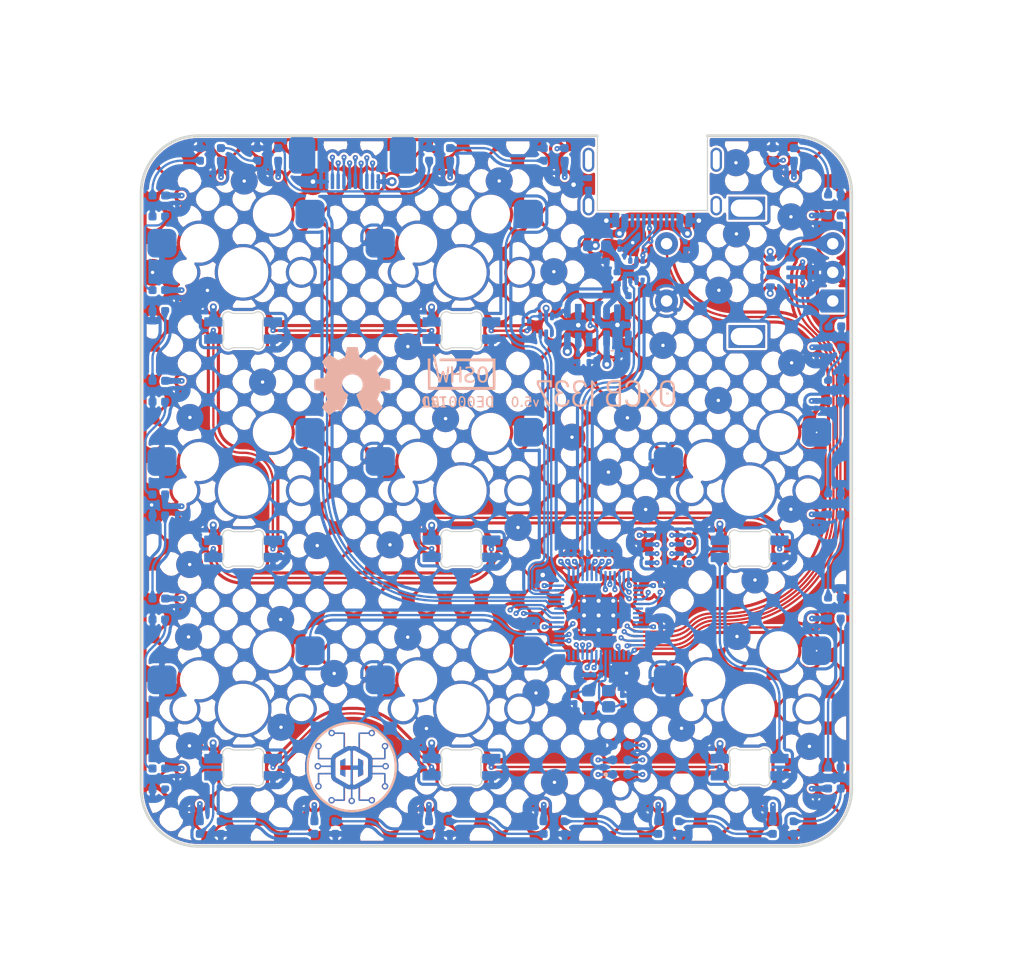
<source format=kicad_pcb>
(kicad_pcb (version 20221018) (generator pcbnew)
  (title_block (title "0xCB 1337") (date "2023-04-26") (rev "5.0") (company "0xCB") (comment 1 "Conor Burns"))
  (layers (0 "F.Cu" signal) (1 "In1.Cu" signal) (2 "In2.Cu" signal) (31 "B.Cu" signal) (34 "B.Paste" user) (35 "F.Paste" user) (36 "B.SilkS" user "B.Silkscreen") (37 "F.SilkS" user "F.Silkscreen") (38 "B.Mask" user) (39 "F.Mask" user) (44 "Edge.Cuts" user))
  (net 0 "")
  (net 1 "/EA")
  (net 2 "GND")
  (net 3 "/EB")
  (net 4 "+5V")
  (net 5 "Net-(U1-VBUS)")
  (net 6 "+3V3")
  (net 7 "Net-(U6-XTAL_IN)")
  (net 8 "Net-(C40-Pad2)")
  (net 9 "+1V1")
  (net 10 "Net-(D1-DOUT)")
  (net 11 "Net-(D1-DIN)")
  (net 12 "Net-(D3-DOUT)")
  (net 13 "Net-(D5-DOUT)")
  (net 14 "/RGB_5V")
  (net 15 "Net-(D10-DOUT)")
  (net 16 "Net-(D10-DIN)")
  (net 17 "Net-(F1-Pad1)")
  (net 18 "Net-(J1-SHIELD)")
  (net 19 "Net-(J1-CC1)")
  (net 20 "/PORT+")
  (net 21 "/PORT-")
  (net 23 "Net-(J1-CC2)")
  (net 25 "/SWD_IO")
  (net 26 "/RST")
  (net 27 "/SWD_CLK")
  (net 28 "/BOOT")
  (net 29 "/S1")
  (net 30 "/S4")
  (net 31 "/S7")
  (net 32 "/S2")
  (net 33 "/S5")
  (net 34 "/S8")
  (net 35 "/S6")
  (net 36 "/S9")
  (net 37 "Net-(RN1A-R1.1)")
  (net 38 "Net-(RN1C-R3.2)")
  (net 39 "/S3")
  (net 40 "/QSPI_CS")
  (net 41 "/USB+")
  (net 42 "/D+")
  (net 43 "/USB-")
  (net 44 "/D-")
  (net 45 "/QSPI_SD1")
  (net 46 "/QSPI_SD2")
  (net 47 "/QSPI_SD0")
  (net 48 "/QSPI_CLK")
  (net 49 "/QSPI_SD3")
  (net 50 "/SDA1")
  (net 51 "/SCL1")
  (net 52 "/RGB_PWR")
  (net 53 "/SPI0_CS")
  (net 54 "/SPI0_DC")
  (net 55 "/SPI0_SDO")
  (net 56 "/SPI0_SDI")
  (net 57 "/SPI0_RST")
  (net 58 "/SPI0_SCK")
  (net 59 "/RGB_DO")
  (net 61 "/LIM_EN")
  (net 62 "Net-(D27-DIN)")
  (net 63 "Net-(U4-B)")
  (net 64 "Net-(D11-DOUT)")
  (net 65 "Net-(D12-DOUT)")
  (net 66 "Net-(U3-ILIM)")
  (net 67 "Net-(U6-XTAL_OUT)")
  (net 72 "Net-(D14-DOUT)")
  (net 79 "Net-(D7-DIN)")
  (net 80 "Net-(D6-DIN)")
  (net 81 "Net-(D4-DOUT)")
  (net 82 "Net-(D31-DIN)")
  (net 83 "Net-(D30-DIN)")
  (net 84 "Net-(D29-DIN)")
  (net 85 "Net-(D28-DIN)")
  (net 86 "Net-(D26-DIN)")
  (net 87 "Net-(D24-DIN)")
  (net 88 "Net-(D23-DOUT)")
  (net 89 "Net-(D22-DIN)")
  (net 90 "Net-(D21-DOUT)")
  (net 91 "Net-(D20-DIN)")
  (net 92 "Net-(D19-DOUT)")
  (net 93 "Net-(D18-DIN)")
  (net 94 "Net-(D17-DOUT)")
  (net 95 "Net-(D16-DIN)")
  (net 96 "Net-(D15-DOUT)")
  (net 97 "Net-(D14-DIN)")
  (net 98 "Net-(D13-DOUT)")
  (footprint "PCM_kikit:Tab" (layer "F.Cu") (at 84.05 27.71 -90)
    (fp_text reference "REF**" hide)
    (fp_text value "Tab")
  )
  (footprint "0xcb:EC11" (layer "F.Cu") (at 133.783475 43.324521 180)
    (fp_text reference "MX3" hide)
    (fp_text value "EC11")
  )
  (footprint "PCM_kikit:Tab" (layer "F.Cu") (at 104.15 91.07 90)
    (fp_text reference "REF**" hide)
    (fp_text value "Tab")
  )
  (footprint "Capacitor_SMD:C_0201_0603Metric" (layer "B.Cu") (at 79.407996 44.295 180)
    (fp_text reference "C13" hide)
    (fp_text value "100n")
  )
  (footprint "Resistor_SMD:R_Array_Convex_4x0603" (layer "B.Cu") (at 129.227996 40.835 180)
    (fp_text reference "RN1" hide)
    (fp_text value "10k")
  )
  (footprint "0xcb:SW_Hotswap_Kailh_1.00u" (layer "B.Cu") (at 101.383475 78.924521 180)
    (fp_text reference "MX8" hide)
    (fp_text value "MX")
  )
  (footprint "0xcb:RP2040-QFN-56" (layer "B.Cu") (at 113.357996 70.765 180)
    (fp_text reference "U6" hide)
    (fp_text value "RP2040")
  )
  (footprint "Capacitor_SMD:C_0201_0603Metric" (layer "B.Cu") (at 100.077996 32.135 180)
    (fp_text reference "C3" hide)
    (fp_text value "100n")
  )
  (footprint "0xcb:LED_WS2812B-2020_PLCC4_2.0x2.0mm" (layer "B.Cu") (at 129.477996 30.535)
    (fp_text reference "D9" hide)
    (fp_text value "WS2812B")
  )
  (footprint "0xcb:LED_WS2812B-2020_PLCC4_2.0x2.0mm" (layer "B.Cu") (at 79.477996 30.535)
    (fp_text reference "D13" hide)
    (fp_text value "WS2812B")
  )
  (footprint "0xcb:SW_Hotswap_Kailh_1.00u" (layer "B.Cu") (at 126.533475 59.874521 180)
    (fp_text reference "MX6" hide)
    (fp_text value "MX")
  )
  (footprint "0xcb:LED_WS2812B-2020_PLCC4_2.0x2.0mm" (layer "B.Cu") (at 89.467996 89.275 180)
    (fp_text reference "D30" hide)
    (fp_text value "WS2812B")
  )
  (footprint "Resistor_SMD:R_0402_1005Metric" (layer "B.Cu") (at 112.467996 33.115 90)
    (fp_text reference "FB1" hide)
    (fp_text value "600R")
  )
  (footprint "0xcb:SOT95P280X145-6N" (layer "B.Cu") (at 111.577996 45.435 -90)
    (fp_text reference "U3" hide)
    (fp_text value "TPS2553DBVR" hide)
  )
  (footprint "Capacitor_SMD:C_0201_0603Metric" (layer "B.Cu") (at 80.087996 32.135 180)
    (fp_text reference "C5" hide)
    (fp_text value "100n")
  )
  (footprint "0xcb:LED_WS2812B-2020_PLCC4_2.0x2.0mm" (layer "B.Cu") (at 133.927996 61.035 -90)
    (fp_text reference "D20" hide)
    (fp_text value "WS2812B")
  )
  (footprint "Capacitor_SMD:C_0201_0603Metric" (layer "B.Cu") (at 85.077996 32.135 180)
    (fp_text reference "C4" hide)
    (fp_text value "100n")
  )
  (footprint "0xcb:LED_WS2812B-2020_PLCC4_2.0x2.0mm" (layer "B.Cu") (at 129.467996 89.275 180)
    (fp_text reference "D26" hide)
    (fp_text value "WS2812B")
  )
  (footprint "Fuse:Fuse_0603_1608Metric" (layer "B.Cu") (at 113.217996 38.505)
    (fp_text reference "F1" hide)
    (fp_text value "1A")
  )
  (footprint "Capacitor_SMD:C_0201_0603Metric" (layer "B.Cu") (at 76.577996 42.695 -90)
    (fp_text reference "C14" hide)
    (fp_text value "100n")
  )
  (footprint "Capacitor_SMD:C_0201_0603Metric" (layer "B.Cu") (at 110.052996 65.74 90)
    (fp_text reference "C27" hide)
    (fp_text value "100n")
  )
  (footprint "0xcb:LED_WS2812B-2020_PLCC4_2.0x2.0mm" (layer "B.Cu") (at 74.977996 51.205 90)
    (fp_text reference "D19" hide)
    (fp_text value "WS2812B")
  )
  (footprint "Capacitor_SMD:C_0201_0603Metric" (layer "B.Cu") (at 132.327996 62.265 -90)
    (fp_text reference "C19" hide)
    (fp_text value "100n")
  )
  (footprint "Resistor_SMD:R_0201_0603Metric" (layer "B.Cu") (at 121.237996 64.085 90)
    (fp_text reference "R7" hide)
    (fp_text value "10k")
  )
  (footprint "Capacitor_SMD:C_0402_1005Metric" (layer "B.Cu") (at 115.477996 42.86)
    (fp_text reference "C11" hide)
    (fp_text value "10u")
  )
  (footprint "0xcb:W25Q32JVUUIQ" (layer "B.Cu") (at 119.094496 64.955 -90)
    (fp_text reference "U5" hide)
    (fp_text value "W25Q32JVUUIQ")
  )
  (footprint "0xcb:LED_WS2812B-2020_PLCC4_2.0x2.0mm" (layer "B.Cu") (at 133.927996 84.95 -90)
    (fp_text reference "D24" hide)
    (fp_text value "WS2812B")
  )
  (footprint "Capacitor_SMD:C_0201_0603Metric" (layer "B.Cu") (at 76.577996 50.615 -90)
    (fp_text reference "C18" hide)
    (fp_text value "100n")
  )
  (footprint "0xcb:MX_SK6812MINI-E" (layer "B.Cu") (at 101.387996 59.865 180)
    (fp_text reference "D4" hide)
    (fp_text value "SK6812MINI-E")
    (fp_line (start -1.699999 -4.377157) (end -1.699999 -5.782841) (stroke (width 0.1)) (layer "Edge.Cuts"))
    (fp_line (start -0.794452 -6.579999) (end 0.794452 -6.579999) (stroke (width 0.1)) (layer "Edge.Cuts"))
    (fp_line (start 0.794452 -3.58) (end -0.794453 -3.58) (stroke (width 0.1)) (layer "Edge.Cuts"))
    (fp_line (start 1.699999 -5.782841) (end 1.699999 -4.377157) (stroke (width 0.1)) (layer "Edge.Cuts"))
    (fp_arc (start -1.749484 -5.999719) (mid -1.712536 -5.894065) (end -1.699999 -5.782841) (stroke (width 0.1)) (layer "Edge.Cuts"))
    (fp_arc (start -1.749484 -5.999718) (mid -1.638072 -6.584034) (end -1.046711 -6.648298) (stroke (width 0.1)) (layer "Edge.Cuts"))
    (fp_arc (start -1.699999 -4.377156) (mid -1.712526 -4.26593) (end -1.749484 -4.160279) (stroke (width 0.1)) (layer "Edge.Cuts"))
    (fp_arc (start -1.046711 -3.511701) (mid -1.638071 -3.575964) (end -1.749484 -4.160279) (stroke (width 0.1)) (layer "Edge.Cuts"))
    (fp_arc (start -1.046711 -3.511701) (mid -0.925123 -3.562623) (end -0.794453 -3.58) (stroke (width 0.1)) (layer "Edge.Cuts"))
    (fp_arc (start -0.794452 -6.579999) (mid -0.925123 -6.597376) (end -1.046711 -6.648298) (stroke (width 0.1)) (layer "Edge.Cuts"))
    (fp_arc (start 0.794453 -3.579999) (mid 0.925123 -3.562622) (end 1.046711 -3.5117) (stroke (width 0.1)) (layer "Edge.Cuts"))
    (fp_arc (start 1.04671 -6.648298) (mid 0.925122 -6.597376) (end 0.794452 -6.579999) (stroke (width 0.1)) (layer "Edge.Cuts"))
    (fp_arc (start 1.046711 -6.648296) (mid 1.63807 -6.584033) (end 1.749484 -5.999719) (stroke (width 0.1)) (layer "Edge.Cuts"))
    (fp_arc (start 1.699999 -5.782842) (mid 1.712536 -5.894064) (end 1.749484 -5.999719) (stroke (width 0.1)) (layer "Edge.Cuts"))
    (fp_arc (start 1.749484 -4.160279) (mid 1.638072 -3.575964) (end 1.046711 -3.5117) (stroke (width 0.1)) (layer "Edge.Cuts"))
    (fp_arc (start 1.749484 -4.160279) (mid 1.712526 -4.265931) (end 1.699999 -4.377157) (stroke (width 0.1)) (layer "Edge.Cuts"))
  )
  (footprint "Capacitor_SMD:C_0201_0603Metric" (layer "B.Cu") (at 113.652996 65.735 90)
    (fp_text reference "C21" hide)
    (fp_text value "100n")
  )
  (footprint "0xcb:LED_WS2812B-2020_PLCC4_2.0x2.0mm" (layer "B.Cu") (at 133.927996 70.12 -90)
    (fp_text reference "D22" hide)
    (fp_text value "WS2812B")
  )
  (footprint "Capacitor_SMD:C_0201_0603Metric" (layer "B.Cu") (at 108.302996 71.76 180)
    (fp_text reference "C35" hide)
    (fp_text value "100n")
  )
  (footprint "Resistor_SMD:R_0201_0603Metric" (layer "B.Cu") (at 107.304276 45.409567 -90)
    (fp_text reference "R3" hide)
    (fp_text value "27R")
  )
  (footprint "Capacitor_SMD:C_0201_0603Metric" (layer "B.Cu") (at 132.327996 52.365 -90)
    (fp_text reference "C16" hide)
    (fp_text value "100n")
  )
  (footprint "0xcb:LED_WS2812B-2020_PLCC4_2.0x2.0mm" (layer "B.Cu") (at 74.977996 35.035 90)
    (fp_text reference "D15" hide)
    (fp_text value "WS2812B")
  )
  (footprint "Capacitor_SMD:C_0201_0603Metric" (layer "B.Cu") (at 123.607996 63.325 180)
    (fp_text reference "C20" hide)
    (fp_text value "100n")
  )
  (footprint "0xcb:LED_WS2812B-2020_PLCC4_2.0x2.0mm" (layer "B.Cu") (at 74.977996 85.035 90)
    (fp_text reference "D25" hide)
    (fp_text value "WS2812B")
  )
  (footprint "0xcb:LED_WS2812B-2020_PLCC4_2.0x2.0mm" (layer "B.Cu") (at 133.927996 51.12 -90)
    (fp_text reference "D18" hide)
    (fp_text value "WS2812B")
  )
  (footprint "Resistor_SMD:R_0201_0603Metric" (layer "B.Cu") (at 121.247996 65.83 -90)
    (fp_text reference "R6" hide)
    (fp_text value "1k")
  )
  (footprint "Capacitor_SMD:C_0201_0603Metric" (layer "B.Cu") (at 98.467996 63.345 180)
    (fp_text reference "C28" hide)
    (fp_text value "100n")
  )
  (footprint "0xcb:LED_WS2812B-2020_PLCC4_2.0x2.0mm" (layer "B.Cu") (at 119.467996 89.275 180)
    (fp_text reference "D27" hide)
    (fp_text value "WS2812B")
  )
  (footprint "0xcb:LED_WS2812B-2020_PLCC4_2.0x2.0mm" (layer "B.Cu") (at 99.477996 30.535)
    (fp_text reference "D11" hide)
    (fp_text value "WS2812B")
  )
  (footprint "0xcb:MX_SK6812MINI-E" (layer "B.Cu") (at 126.533475 59.874521 180)
    (fp_text reference "D5" hide)
    (fp_text value "SK6812MINI-E")
    (fp_line (start -1.699999 -4.377157) (end -1.699999 -5.782841) (stroke (width 0.1)) (layer "Edge.Cuts"))
    (fp_line (start -0.794452 -6.579999) (end 0.794452 -6.579999) (stroke (width 0.1)) (layer "Edge.Cuts"))
    (fp_line (start 0.794452 -3.58) (end -0.794453 -3.58) (stroke (width 0.1)) (layer "Edge.Cuts"))
    (fp_line (start 1.699999 -5.782841) (end 1.699999 -4.377157) (stroke (width 0.1)) (layer "Edge.Cuts"))
    (fp_arc (start -1.749484 -5.999719) (mid -1.712536 -5.894065) (end -1.699999 -5.782841) (stroke (width 0.1)) (layer "Edge.Cuts"))
    (fp_arc (start -1.749484 -5.999718) (mid -1.638072 -6.584034) (end -1.046711 -6.648298) (stroke (width 0.1)) (layer "Edge.Cuts"))
    (fp_arc (start -1.699999 -4.377156) (mid -1.712526 -4.26593) (end -1.749484 -4.160279) (stroke (width 0.1)) (layer "Edge.Cuts"))
    (fp_arc (start -1.046711 -3.511701) (mid -1.638071 -3.575964) (end -1.749484 -4.160279) (stroke (width 0.1)) (layer "Edge.Cuts"))
    (fp_arc (start -1.046711 -3.511701) (mid -0.925123 -3.562623) (end -0.794453 -3.58) (stroke (width 0.1)) (layer "Edge.Cuts"))
    (fp_arc (start -0.794452 -6.579999) (mid -0.925123 -6.597376) (end -1.046711 -6.648298) (stroke (width 0.1)) (layer "Edge.Cuts"))
    (fp_arc (start 0.794453 -3.579999) (mid 0.925123 -3.562622) (end 1.046711 -3.5117) (stroke (width 0.1)) (layer "Edge.Cuts"))
    (fp_arc (start 1.04671 -6.648298) (mid 0.925122 -6.597376) (end 0.794452 -6.579999) (stroke (width 0.1)) (layer "Edge.Cuts"))
    (fp_arc (start 1.046711 -6.648296) (mid 1.63807 -6.584033) (end 1.749484 -5.999719) (stroke (width 0.1)) (layer "Edge.Cuts"))
    (fp_arc (start 1.699999 -5.782842) (mid 1.712536 -5.894064) (end 1.749484 -5.999719) (stroke (width 0.1)) (layer "Edge.Cuts"))
    (fp_arc (start 1.749484 -4.160279) (mid 1.638072 -3.575964) (end 1.046711 -3.5117) (stroke (width 0.1)) (layer "Edge.Cuts"))
    (fp_arc (start 1.749484 -4.160279) (mid 1.712526 -4.265931) (end 1.699999 -4.377157) (stroke (width 0.1)) (layer "Edge.Cuts"))
  )
  (footprint "Capacitor_SMD:C_0201_0603Metric" (layer "B.Cu") (at 115.427996 78.06 -90)
    (fp_text reference "C37" hide)
    (fp_text value "15p")
  )
  (footprint "0xcb:LED_WS2812B-2020_PLCC4_2.0x2.0mm" (layer "B.Cu") (at 79.467996 89.275 180)
    (fp_text reference "D31" hide)
    (fp_text value "WS2812B")
  )
  (footprint "Resistor_SMD:R_0201_0603Metric" (layer "B.Cu") (at 112.507996 48.295 90)
    (fp_text reference "R4" hide)
    (fp_text value "10k")
  )
  (footprint "Resistor_SMD:R_0402_1005Metric" (layer "B.Cu") (at 114.977996 41.325 -90)
    (fp_text reference "FB2" hide)
    (fp_text value "600R")
  )
  (footprint "Package_TO_SOT_SMD:SOT-563" (layer "B.Cu") (at 108.777996 45.41 90)
    (fp_text reference "U4" hide)
    (fp_text value "74LVC1T45")
  )
  (footprint "Capacitor_SMD:C_0201_0603Metric" (layer "B.Cu") (at 79.407996 82.355 180)
    (fp_text reference "C43" hide)
    (fp_text value "100n")
  )
  (footprint "0xcb:MX_SK6812MINI-E" (layer "B.Cu") (at 82.333475 59.874521 180)
    (fp_text reference "D3" hide)
    (fp_text value "SK6812MINI-E")
    (fp_line (start -1.699999 -4.377157) (end -1.699999 -5.782841) (stroke (width 0.1)) (layer "Edge.Cuts"))
    (fp_line (start -0.794452 -6.579999) (end 0.794452 -6.579999) (stroke (width 0.1)) (layer "Edge.Cuts"))
    (fp_line (start 0.794452 -3.58) (end -0.794453 -3.58) (stroke (width 0.1)) (layer "Edge.Cuts"))
    (fp_line (start 1.699999 -5.782841) (end 1.699999 -4.377157) (stroke (width 0.1)) (layer "Edge.Cuts"))
    (fp_arc (start -1.749484 -5.999719) (mid -1.712536 -5.894065) (end -1.699999 -5.782841) (stroke (width 0.1)) (layer "Edge.Cuts"))
    (fp_arc (start -1.749484 -5.999718) (mid -1.638072 -6.584034) (end -1.046711 -6.648298) (stroke (width 0.1)) (layer "Edge.Cuts"))
    (fp_arc (start -1.699999 -4.377156) (mid -1.712526 -4.26593) (end -1.749484 -4.160279) (stroke (width 0.1)) (layer "Edge.Cuts"))
    (fp_arc (start -1.046711 -3.511701) (mid -1.638071 -3.575964) (end -1.749484 -4.160279) (stroke (width 0.1)) (layer "Edge.Cuts"))
    (fp_arc (start -1.046711 -3.511701) (mid -0.925123 -3.562623) (end -0.794453 -3.58) (stroke (width 0.1)) (layer "Edge.Cuts"))
    (fp_arc (start -0.794452 -6.579999) (mid -0.925123 -6.597376) (end -1.046711 -6.648298) (stroke (width 0.1)) (layer "Edge.Cuts"))
    (fp_arc (start 0.794453 -3.579999) (mid 0.925123 -3.562622) (end 1.046711 -3.5117) (stroke (width 0.1)) (layer "Edge.Cuts"))
    (fp_arc (start 1.04671 -6.648298) (mid 0.925122 -6.597376) (end 0.794452 -6.579999) (stroke (width 0.1)) (layer "Edge.Cuts"))
    (fp_arc (start 1.046711 -6.648296) (mid 1.63807 -6.584033) (end 1.749484 -5.999719) (stroke (width 0.1)) (layer "Edge.Cuts"))
    (fp_arc (start 1.699999 -5.782842) (mid 1.712536 -5.894064) (end 1.749484 -5.999719) (stroke (width 0.1)) (layer "Edge.Cuts"))
    (fp_arc (start 1.749484 -4.160279) (mid 1.638072 -3.575964) (end 1.046711 -3.5117) (stroke (width 0.1)) (layer "Edge.Cuts"))
    (fp_arc (start 1.749484 -4.160279) (mid 1.712526 -4.265931) (end 1.699999 -4.377157) (stroke (width 0.1)) (layer "Edge.Cuts"))
  )
  (footprint "Capacitor_SMD:C_0201_0603Metric" (layer "B.Cu") (at 116.907996 64.085 -90)
    (fp_text reference "C24" hide)
    (fp_text value "100n")
  )
  (footprint "Capacitor_SMD:C_0201_0603Metric" (layer "B.Cu") (at 112.952996 75.635 -90)
    (fp_text reference "C38" hide)
    (fp_text value "100n")
  )
  (footprint "Capacitor_SMD:C_0201_0603Metric" (layer "B.Cu") (at 79.407996 63.325 180)
    (fp_text reference "C29" hide)
    (fp_text value "100n")
  )
  (footprint "Capacitor_SMD:C_0201_0603Metric" (layer "B.Cu") (at 76.577996 84.445 -90)
    (fp_text reference "C44" hide)
    (fp_text value "100n")
  )
  (footprint "0xcb:SW_Hotswap_Kailh_1.00u" (layer "B.Cu") (at 126.533475 78.924521 180)
    (fp_text reference "MX9" hide)
    (fp_text value "MX")
  )
  (footprint "0xcb:LED_WS2812B-2020_PLCC4_2.0x2.0mm" (layer "B.Cu") (at 109.477996 30.535)
    (fp_text reference "D10" hide)
    (fp_text value "WS2812B")
  )
  (footprint "Capacitor_SMD:C_0201_0603Metric" (layer "B.Cu") (at 132.377996 47.685 -90)
    (fp_text reference "C15" hide)
    (fp_text value "100n")
  )
  (footprint "Package_TO_SOT_SMD:SOT-666" (layer "B.Cu") (at 116.657996 40.685 90)
    (fp_text reference "U1" hide)
    (fp_text value "USBLC6-2P6")
  )
  (footprint "0xcb:SW_Hotswap_Kailh_1.00u" (layer "B.Cu") (at 82.333475 40.824521 180)
    (fp_text reference "MX1" hide)
    (fp_text value "MX")
  )
  (footprint "0xcb:SW_Hotswap_Kailh_1.00u" (layer "B.Cu") (at 101.383475 40.824521 180)
    (fp_text reference "MX2" hide)
    (fp_text value "MX")
  )
  (footprint "Capacitor_SMD:C_0201_0603Metric" (layer "B.Cu") (at 76.597996 34.445 -90)
    (fp_text reference "C6" hide)
    (fp_text value "100n")
  )
  (footprint "Capacitor_SMD:C_0201_0603Metric" (layer "B.Cu") (at 112.352996 75.635 -90)
    (fp_text reference "C39" hide)
    (fp_text value "100n")
  )
  (footprint "0xcb:MX_SK6812MINI-E" (layer "B.Cu") (at 101.383475 78.924521 180)
    (fp_text reference "D7" hide)
    (fp_text value "SK6812MINI-E")
    (fp_line (start -1.699999 -4.377157) (end -1.699999 -5.782841) (stroke (width 0.1)) (layer "Edge.Cuts"))
    (fp_line (start -0.794452 -6.579999) (end 0.794452 -6.579999) (stroke (width 0.1)) (layer "Edge.Cuts"))
    (fp_line (start 0.794452 -3.58) (end -0.794453 -3.58) (stroke (width 0.1)) (layer "Edge.Cuts"))
    (fp_line (start 1.699999 -5.782841) (end 1.699999 -4.377157) (stroke (width 0.1)) (layer "Edge.Cuts"))
    (fp_arc (start -1.749484 -5.999719) (mid -1.712536 -5.894065) (end -1.699999 -5.782841) (stroke (width 0.1)) (layer "Edge.Cuts"))
    (fp_arc (start -1.749484 -5.999718) (mid -1.638072 -6.584034) (end -1.046711 -6.648298) (stroke (width 0.1)) (layer "Edge.Cuts"))
    (fp_arc (start -1.699999 -4.377156) (mid -1.712526 -4.26593) (end -1.749484 -4.160279) (stroke (width 0.1)) (layer "Edge.Cuts"))
    (fp_arc (start -1.046711 -3.511701) (mid -1.638071 -3.575964) (end -1.749484 -4.160279) (stroke (width 0.1)) (layer "Edge.Cuts"))
    (fp_arc (start -1.046711 -3.511701) (mid -0.925123 -3.562623) (end -0.794453 -3.58) (stroke (width 0.1)) (layer "Edge.Cuts"))
    (fp_arc (start -0.794452 -6.579999) (mid -0.925123 -6.597376) (end -1.046711 -6.648298) (stroke (width 0.1)) (layer "Edge.Cuts"))
    (fp_arc (start 0.794453 -3.579999) (mid 0.925123 -3.562622) (end 1.046711 -3.5117) (stroke (width 0.1)) (layer "Edge.Cuts"))
    (fp_arc (start 1.04671 -6.648298) (mid 0.925122 -6.597376) (end 0.794452 -6.579999) (stroke (width 0.1)) (layer "Edge.Cuts"))
    (fp_arc (start 1.046711 -6.648296) (mid 1.63807 -6.584033) (end 1.749484 -5.999719) (stroke (width 0.1)) (layer "Edge.Cuts"))
    (fp_arc (start 1.699999 -5.782842) (mid 1.712536 -5.894064) (end 1.749484 -5.999719) (stroke (width 0.1)) (layer "Edge.Cuts"))
    (fp_arc (start 1.749484 -4.160279) (mid 1.638072 -3.575964) (end 1.046711 -3.5117) (stroke (width 0.1)) (layer "Edge.Cuts"))
    (fp_arc (start 1.749484 -4.160279) (mid 1.712526 -4.265931) (end 1.699999 -4.377157) (stroke (width 0.1)) (layer "Edge.Cuts"))
  )
  (footprint "Resistor_SMD:R_0201_0603Metric" (layer "B.Cu") (at 115.187996 38.485 90)
    (fp_text reference "R2" hide)
    (fp_text value "5k1")
  )
  (footprint "Capacitor_SMD:C_0201_0603Metric" (layer "B.Cu") (at 98.457996 44.305 180)
    (fp_text reference "C12" hide)
    (fp_text value "100n")
  )
  (footprint "0xcb:LED_WS2812B-2020_PLCC4_2.0x2.0mm" (layer "B.Cu") (at 74.977996 43.285 90)
    (fp_text reference "D17" hide)
    (fp_text value "WS2812B")
  )
  (footprint "0xcb:MX_SK6812MINI-E" (layer "B.Cu") (at 126.533475 78.924521 180)
    (fp_text reference "D8" hide)
    (fp_text value "SK6812MINI-E")
    (fp_line (start -1.699999 -4.377157) (end -1.699999 -5.782841) (stroke (width 0.1)) (layer "Edge.Cuts"))
    (fp_line (start -0.794452 -6.579999) (end 0.794452 -6.579999) (stroke (width 0.1)) (layer "Edge.Cuts"))
    (fp_line (start 0.794452 -3.58) (end -0.794453 -3.58) (stroke (width 0.1)) (layer "Edge.Cuts"))
    (fp_line (start 1.699999 -5.782841) (end 1.699999 -4.377157) (stroke (width 0.1)) (layer "Edge.Cuts"))
    (fp_arc (start -1.749484 -5.999719) (mid -1.712536 -5.894065) (end -1.699999 -5.782841) (stroke (width 0.1)) (layer "Edge.Cuts"))
    (fp_arc (start -1.749484 -5.999718) (mid -1.638072 -6.584034) (end -1.046711 -6.648298) (stroke (width 0.1)) (layer "Edge.Cuts"))
    (fp_arc (start -1.699999 -4.377156) (mid -1.712526 -4.26593) (end -1.749484 -4.160279) (stroke (width 0.1)) (layer "Edge.Cuts"))
    (fp_arc (start -1.046711 -3.511701) (mid -1.638071 -3.575964) (end -1.749484 -4.160279) (stroke (width 0.1)) (layer "Edge.Cuts"))
    (fp_arc (start -1.046711 -3.511701) (mid -0.925123 -3.562623) (end -0.794453 -3.58) (stroke (width 0.1)) (layer "Edge.Cuts"))
    (fp_arc (start -0.794452 -6.579999) (mid -0.925123 -6.597376) (end -1.046711 -6.648298) (stroke (width 0.1)) (layer "Edge.Cuts"))
    (fp_arc (start 0.794453 -3.579999) (mid 0.925123 -3.562622) (end 1.046711 -3.5117) (stroke (width 0.1)) (layer "Edge.Cuts"))
    (fp_arc (start 1.04671 -6.648298) (mid 0.925122 -6.597376) (end 0.794452 -6.579999) (stroke (width 0.1)) (layer "Edge.Cuts"))
    (fp_arc (start 1.046711 -6.648296) (mid 1.63807 -6.584033) (end 1.749484 -5.999719) (stroke (width 0.1)) (layer "Edge.Cuts"))
    (fp_arc (start 1.699999 -5.782842) (mid 1.712536 -5.894064) (end 1.749484 -5.999719) (stroke (width 0.1)) (layer "Edge.Cuts"))
    (fp_arc (start 1.749484 -4.160279) (mid 1.638072 -3.575964) (end 1.046711 -3.5117) (stroke (width 0.1)) (layer "Edge.Cuts"))
    (fp_arc (start 1.749484 -4.160279) (mid 1.712526 -4.265931) (end 1.699999 -4.377157) (stroke (width 0.1)) (layer "Edge.Cuts"))
  )
  (footprint "0xcb:LED_WS2812B-2020_PLCC4_2.0x2.0mm" (layer "B.Cu") (at 84.477996 30.535)
    (fp_text reference "D12" hide)
    (fp_text value "WS2812B")
  )
  (footprint "0xcb:GT-USB-7014C" (layer "B.Cu") (at 118.022996 33.655)
    (fp_text reference "J1" hide)
    (fp_text value "USB_C_Receptacle_USB2.0")
  )
  (footprint "art:logo" (layer "B.Cu") (at 91.81 83.99 180)
    (fp_text reference "G***" hide)
    (fp_text value "LOGO" hide)
  )
  (footprint "Capacitor_SMD:C_0201_0603Metric" (layer "B.Cu") (at 98.227996 87.675 180)
    (fp_text reference "C49" hide)
    (fp_text value "100n")
  )
  (footprint "art:OSHWA" (layer "B.Cu") (at 101.4 50.34 180)
    (fp_text reference "G***" hide)
    (fp_text value "OSHWA" hide)
  )
  (footprint "0xcb:LED_WS2812B-2020_PLCC4_2.0x2.0mm" (layer "B.Cu") (at 133.977996 46.45 -90)
    (fp_text reference "D16" hide)
    (fp_text value "WS2812B")
  )
  (footprint "Capacitor_SMD:C_0201_0603Metric" (layer "B.Cu") (at 118.457996 71.76)
    (fp_text reference "C32" hide)
    (fp_text value "100n")
  )
  (footprint "Capacitor_SMD:C_0201_0603Metric" (layer "B.Cu") (at 128.247996 87.675 180)
    (fp_text reference "C46" hide)
    (fp_text value "100n")
  )
  (footprint "Capacitor_SMD:C_0201_0603Metric" (layer "B.Cu") (at 108.302996 68.16 180)
    (fp_text reference "C34" hide)
    (fp_text value "100n")
  )
  (footprint "kibuzzard-61BA68AC" (layer "B.Cu") (at 113.99 51.4 180)
    (fp_text reference "kibuzzard-1" hide)
    (fp_text value "G***" hide)
  )
  (footprint "0xcb:LED_WS2812B-2020_PLCC4_2.0x2.0mm" (layer "B.Cu") (at 109.467996 89.275 180)
    (fp_text reference "D28" hide)
    (fp_text value "WS2812B")
  )
  (footprint "Resistor_SMD:R_0201_0603Metric" (layer "B.Cu") (at 112.452996 65.73 -90)
    (fp_text reference "R8" hide)
    (fp_text value "27R")
  )
  (footprint "0xcb:LED_WS2812B-2020_PLCC4_2.0x2.0mm" (layer "B.Cu") (at 133.927996 34.95 -90)
    (fp_text reference "D14" hide)
    (fp_text value "WS2812B")
  )
  (footprint "Capacitor_SMD:C_0201_0603Metric" (layer "B.Cu") (at 76.577996 69.615 -90)
    (fp_text reference "C36" hide)
    (fp_text value "100n")
  )
  (footprint "Capacitor_SMD:C_0201_0603Metric" (layer "B.Cu") (at 76.577996 61.555 -90)
    (fp_text reference "C30" hide)
    (fp_text value "100n")
  )
  (footprint "Capacitor_SMD:C_0201_0603Metric" (layer "B.Cu") (at 88.227996 87.675 180)
    (fp_text reference "C50" hide)
    (fp_text value "100n")
  )
  (footprint "0xcb:LED_WS2812B-2020_PLCC4_2.0x2.0mm" (layer "B.Cu") (at 99.467996 89.275 180)
    (fp_text reference "D29" hide)
    (fp_text value "WS2812B")
  )
  (footprint "Capacitor_SMD:C_0201_0603Metric" (layer "B.Cu") (at 111.252996 65.735 -90)
    (fp_text reference "C22" hide)
    (fp_text value "1u")
  )
  (footprint "Capacitor_SMD:C_0201_0603Metric" (layer "B.Cu") (at 118.237996 87.675 180)
    (fp_text reference "C47" hide)
    (fp_text value "100n")
  )
  (footprint "Capacitor_SMD:C_0201_0603Metric" (layer "B.Cu") (at 132.327996 71.365 -90)
    (fp_text reference "C31" hide)
    (fp_text value "100n")
  )
  (footprint "Capacitor_SMD:C_0201_0603Metric" (layer "B.Cu") (at 131.477996 41.235)
    (fp_text reference "C8" hide)
    (fp_text value "100n")
  )
  (footprint "Package_TO_SOT_SMD:SOT-23-5" (layer "B.Cu") (at 114.997996 45.415 -90)
    (fp_text reference "U2" hide)
    (fp_text value "XC6210B332MR-G")
  )
  (footprint "Resistor_SMD:R_0201_0603Metric" (layer "B.Cu") (at 113.552996 75.635 90)
    (fp_text reference "R10" hide)
    (fp_text value "1k")
  )
  (footprint "Capacitor_SMD:C_0201_0603Metric" (layer "B.Cu") (at 130.077996 32.135 180)
    (fp_text reference "C1" hide)
    (fp_text value "100n")
  )
  (footprint "Capacitor_SMD:C_0201_0603Metric" (layer "B.Cu") (at 131.477996 40.435)
    (fp_text reference "C7" hide)
    (fp_text value "100n")
  )
  (footprint "0xcb:MX_SK6812MINI-E" (layer "B.Cu") (at 82.333475 78.924521 180)
    (fp_text reference "D6" hide)
    (fp_text value "SK6812MINI-E")
    (fp_line (start -1.699999 -4.377157) (end -1.699999 -5.782841) (stroke (width 0.1)) (layer "Edge.Cuts"))
    (fp_line (start -0.794452 -6.579999) (end 0.794452 -6.579999) (stroke (width 0.1)) (layer "Edge.Cuts"))
    (fp_line (start 0.794452 -3.58) (end -0.794453 -3.58) (stroke (width 0.1)) (layer "Edge.Cuts"))
    (fp_line (start 1.699999 -5.782841) (end 1.699999 -4.377157) (stroke (width 0.1)) (layer "Edge.Cuts"))
    (fp_arc (start -1.749484 -5.999719) (mid -1.712536 -5.894065) (end -1.699999 -5.782841) (stroke (width 0.1)) (layer "Edge.Cuts"))
    (fp_arc (start -1.749484 -5.999718) (mid -1.638072 -6.584034) (end -1.046711 -6.648298) (stroke (width 0.1)) (layer "Edge.Cuts"))
    (fp_arc (start -1.699999 -4.377156) (mid -1.712526 -4.26593) (end -1.749484 -4.160279) (stroke (width 0.1)) (layer "Edge.Cuts"))
    (fp_arc (start -1.046711 -3.511701) (mid -1.638071 -3.575964) (end -1.749484 -4.160279) (stroke (width 0.1)) (layer "Edge.Cuts"))
    (fp_arc (start -1.046711 -3.511701) (mid -0.925123 -3.562623) (end -0.794453 -3.58) (stroke (width 0.1)) (layer "Edge.Cuts"))
    (fp_arc (start -0.794452 -6.579999) (mid -0.925123 -6.597376) (end -1.046711 -6.648298) (stroke (width 0.1)) (layer "Edge.Cuts"))
    (fp_arc (start 0.794453 -3.579999) (mid 0.925123 -3.562622) (end 1.046711 -3.5117) (stroke (width 0.1)) (layer "Edge.Cuts"))
    (fp_arc (start 1.04671 -6.648298) (mid 0.925122 -6.597376) (end 0.794452 -6.579999) (stroke (width 0.1)) (layer "Edge.Cuts"))
    (fp_arc (start 1.046711 -6.648296) (mid 1.63807 -6.584033) (end 1.749484 -5.999719) (stroke (width 0.1)) (layer "Edge.Cuts"))
    (fp_arc (start 1.699999 -5.782842) (mid 1.712536 -5.894064) (end 1.749484 -5.999719) (stroke (width 0.1)) (layer "Edge.Cuts"))
    (fp_arc (start 1.749484 -4.160279) (mid 1.638072 -3.575964) (end 1.046711 -3.5117) (stroke (width 0.1)) (layer "Edge.Cuts"))
    (fp_arc (start 1.749484 -4.160279) (mid 1.712526 -4.265931) (end 1.699999 -4.377157) (stroke (width 0.1)) (layer "Edge.Cuts"))
  )
  (footprint "Capacitor_SMD:C_0201_0603Metric" (layer "B.Cu") (at 98.457996 82.365 180)
    (fp_text reference "C42" hide)
    (fp_text value "100n")
  )
  (footprint "0xcb:MX_SK6812MINI-E" (layer "B.Cu") (at 101.383475 40.824521 180)
    (fp_text reference "D2" hide)
    (fp_text value "SK6812MINI-E")
    (fp_line (start -1.699999 -4.377157) (end -1.699999 -5.782841) (stroke (width 0.1)) (layer "Edge.Cuts"))
    (fp_line (start -0.794452 -6.579999) (end 0.794452 -6.579999) (stroke (width 0.1)) (layer "Edge.Cuts"))
    (fp_line (start 0.794452 -3.58) (end -0.794453 -3.58) (stroke (width 0.1)) (layer "Edge.Cuts"))
    (fp_line (start 1.699999 -5.782841) (end 1.699999 -4.377157) (stroke (width 0.1)) (layer "Edge.Cuts"))
    (fp_arc (start -1.749484 -5.999719) (mid -1.712536 -5.894065) (end -1.699999 -5.782841) (stroke (width 0.1)) (layer "Edge.Cuts"))
    (fp_arc (start -1.749484 -5.999718) (mid -1.638072 -6.584034) (end -1.046711 -6.648298) (stroke (width 0.1)) (layer "Edge.Cuts"))
    (fp_arc (start -1.699999 -4.377156) (mid -1.712526 -4.26593) (end -1.749484 -4.160279) (stroke (width 0.1)) (layer "Edge.Cuts"))
    (fp_arc (start -1.046711 -3.511701) (mid -1.638071 -3.575964) (end -1.749484 -4.160279) (stroke (width 0.1)) (layer "Edge.Cuts"))
    (fp_arc (start -1.046711 -3.511701) (mid -0.925123 -3.562623) (end -0.794453 -3.58) (stroke (width 0.1)) (layer "Edge.Cuts"))
    (fp_arc (start -0.794452 -6.579999) (mid -0.925123 -6.597376) (end -1.046711 -6.648298) (stroke (width 0.1)) (layer "Edge.Cuts"))
    (fp_arc (start 0.794453 -3.579999) (mid 0.925123 -3.562622) (end 1.046711 -3.5117) (stroke (width 0.1)) (layer "Edge.Cuts"))
    (fp_arc (start 1.04671 -6.648298) (mid 0.925122 -6.597376) (end 0.794452 -6.579999) (stroke (width 0.1)) (layer "Edge.Cuts"))
    (fp_arc (start 1.046711 -6.648296) (mid 1.63807 -6.584033) (end 1.749484 -5.999719) (stroke (width 0.1)) (layer "Edge.Cuts"))
    (fp_arc (start 1.699999 -5.782842) (mid 1.712536 -5.894064) (end 1.749484 -5.999719) (stroke (width 0.1)) (layer "Edge.Cuts"))
    (fp_arc (start 1.749484 -4.160279) (mid 1.638072 -3.575964) (end 1.046711 -3.5117) (stroke (width 0.1)) (layer "Edge.Cuts"))
    (fp_arc (start 1.749484 -4.160279) (mid 1.712526 -4.265931) (end 1.699999 -4.377157) (stroke (width 0.1)) (layer "Edge.Cuts"))
  )
  (footprint "0xcb:SW_Hotswap_Kailh_1.00u" (layer "B.Cu") (at 82.333475 78.924521 180)
    (fp_text reference "MX7" hide)
    (fp_text value "MX")
  )
  (footprint "Capacitor_SMD:C_0201_0603Metric" (layer "B.Cu") (at 108.247996 87.675 180)
    (fp_text reference "C48" hide)
    (fp_text value "100n")
  )
  (footprint "Capacitor_SMD:C_0201_0603Metric" (layer "B.Cu") (at 111.302996 78.06 90)
    (fp_text reference "C40" hide)
    (fp_text value "15p")
  )
  (footprint "Crystal:Crystal_SMD_2520-4Pin_2.5x2.0mm" (layer "B.Cu") (at 113.352996 78.035)
    (fp_text reference "Y1" hide)
    (fp_text value "12MHz")
  )
  (footprint "Capacitor_SMD:C_0402_1005Metric" (layer "B.Cu") (at 114.537996 48.025)
    (fp_text reference "C17" hide)
    (fp_text value "10u")
  )
  (footprint "0xcb:FFC-SMD_12P-P0.50_X05B20U12T" (layer "B.Cu") (at 91.877996 31.735)
    (fp_text reference "J2" hide)
    (fp_text value "FPC")
  )
  (footprint "Capacitor_SMD:C_0201_0603Metric" (layer "B.Cu") (at 110.077996 32.135 180)
    (fp_text reference "C2" hide)
    (fp_text value "100n")
  )
  (footprint "0xcb:MX_SK6812MINI-E" (layer "B.Cu") (at 82.333475 40.824521 180)
    (fp_text reference "D1" hide)
    (fp_text value "SK6812MINI-E")
    (fp_line (start -1.699999 -4.377157) (end -1.699999 -5.782841) (stroke (width 0.1)) (layer "Edge.Cuts"))
    (fp_line (start -0.794452 -6.579999) (end 0.794452 -6.579999) (stroke (width 0.1)) (layer "Edge.Cuts"))
    (fp_line (start 0.794452 -3.58) (end -0.794453 -3.58) (stroke (width 0.1)) (layer "Edge.Cuts"))
    (fp_line (start 1.699999 -5.782841) (end 1.699999 -4.377157) (stroke (width 0.1)) (layer "Edge.Cuts"))
    (fp_arc (start -1.749484 -5.999719) (mid -1.712536 -5.894065) (end -1.699999 -5.782841) (stroke (width 0.1)) (layer "Edge.Cuts"))
    (fp_arc (start -1.749484 -5.999718) (mid -1.638072 -6.584034) (end -1.046711 -6.648298) (stroke (width 0.1)) (layer "Edge.Cuts"))
    (fp_arc (start -1.699999 -4.377156) (mid -1.712526 -4.26593) (end -1.749484 -4.160279) (stroke (width 0.1)) (layer "Edge.Cuts"))
    (fp_arc (start -1.046711 -3.511701) (mid -1.638071 -3.575964) (end -1.749484 -4.160279) (stroke (width 0.1)) (layer "Edge.Cuts"))
    (fp_arc (start -1.046711 -3.511701) (mid -0.925123 -3.562623) (end -0.794453 -3.58) (stroke (width 0.1)) (layer "Edge.Cuts"))
    (fp_arc (start -0.794452 -6.579999) (mid -0.925123 -6.597376) (end -1.046711 -6.648298) (stroke (width 0.1)) (layer "Edge.Cuts"))
    (fp_arc (start 0.794453 -3.579999) (mid 0.925123 -3.562622) (end 1.046711 -3.5117) (stroke (width 0.1)) (layer "Edge.Cuts"))
    (fp_arc (start 1.04671 -6.648298) (mid 0.925122 -6.597376) (end 0.794452 -6.579999) (stroke (width 0.1)) (layer "Edge.Cuts"))
    (fp_arc (start 1.046711 -6.648296) (mid 1.63807 -6.584033) (end 1.749484 -5.999719) (stroke (width 0.1)) (layer "Edge.Cuts"))
    (fp_arc (start 1.699999 -5.782842) (mid 1.712536 -5.894064) (end 1.749484 -5.999719) (stroke (width 0.1)) (layer "Edge.Cuts"))
    (fp_arc (start 1.749484 -4.160279) (mid 1.638072 -3.575964) (end 1.046711 -3.5117) (stroke (width 0.1)) (layer "Edge.Cuts"))
    (fp_arc (start 1.749484 -4.160279) (mid 1.712526 -4.265931) (end 1.699999 -4.377157) (stroke (width 0.1)) (layer "Edge.Cuts"))
  )
  (footprint "Resistor_SMD:R_0201_0603Metric" (layer "B.Cu") (at 111.852996 65.735 -90)
    (fp_text reference "R9" hide)
    (fp_text value "27R")
  )
  (footprint "Capacitor_SMD:C_0201_0603Metric" (layer "B.Cu") (at 110.652996 65.735 -90)
    (fp_text reference "C26" hide)
    (fp_text value "1u")
  )
  (footprint "0xcb:LED_WS2812B-2020_PLCC4_2.0x2.0mm" (layer "B.Cu") (at 74.977996 70.205 90)
    (fp_text reference "D23" hide)
    (fp_text value "WS2812B")
  )
  (footprint "Capacitor_SMD:C_0402_1005Metric" (layer "B.Cu") (at 114.527996 39.845 180)
    (fp_text reference "C10" hide)
    (fp_text value "10u")
  )
  (footprint "0xcb:SW_Hotswap_Kailh_1.00u" (layer "B.Cu") (at 82.333475 59.874521 180)
    (fp_text reference "MX4" hide)
    (fp_text value "MX")
  )
  (footprint "Capacitor_SMD:C_0201_0603Metric" (layer "B.Cu") (at 113.052996 65.735 90)
    (fp_text reference "C23" hide)
    (fp_text value "100n")
  )
  (footprint "Capacitor_SMD:C_0201_0603Metric" (layer "B.Cu") (at 132.327996 86.205 -90)
    (fp_text reference "C45" hide)
    (fp_text value "100n")
  )
  (footprint "0xcb:J-LINK_6-PIN_NEEDLE_ADAPTER_SMALL" (layer "B.Cu") (at 115.252996 83.373 90)
    (fp_text reference "J3" hide)
    (fp_text value "J-LINK_6-PIN_NEEDLE_ADAPTER")
  )
  (footprint "Capacitor_SMD:C_0201_0603Metric" (layer "B.Cu") (at 78.237996 87.675 180)
    (fp_text reference "C51" hide)
    (fp_text value "100n")
  )
  (footprint "Capacitor_SMD:C_0201_0603Metric" (layer "B.Cu") (at 132.327996 36.185 -90)
    (fp_text reference "C9" hide)
    (fp_text value "100n")
  )
  (footprint "Capacitor_SMD:C_0201_0603Metric" (layer "B.Cu") (at 118.452996 68.16)
    (fp_text reference "C33" hide)
    (fp_text value "100n")
  )
  (footprint "Resistor_SMD:R_0201_0603Metric" (layer "B.Cu") (at 120.927996 38.48 90)
    (fp_text reference "R1" hide)
    (fp_text value "5k1")
  )
  (footprint "0xcb:SW_Hotswap_Kailh_1.00u" (layer "B.Cu") (at 101.387996 59.865 180)
    (fp_text reference "MX5" hide)
    (fp_text value "MX")
  )
  (footprint "Capacitor_SMD:C_0201_0603Metric" (layer "B.Cu") (at 114.252996 65.735 90)
    (fp_text reference "C25" hide)
    (fp_text value "100n")
  )
  (footprint "Symbol:OSHW-Symbol_6.7x6mm_SilkScreen" (layer "B.Cu") (at 91.87 50.32 180)
    (fp_text reference "REF**" hide)
    (fp_text value "OSHW-Symbol_6.7x6mm_SilkScreen" hide)
  )
  (footprint "0xcb:LED_WS2812B-2020_PLCC4_2.0x2.0mm" (layer "B.Cu") (at 74.977996 61.12 90)
    (fp_text reference "D21" hide)
    (fp_text value "WS2812B")
  )
  (footprint "Resistor_SMD:R_0201_0603Metric" (layer "B.Cu") (at 111.557996 48.29 -90)
    (fp_text reference "R5" hide)
    (fp_text value "75k")
  )
  (footprint "Capacitor_SMD:C_0201_0603Metric" (layer "B.Cu") (at 123.627996 82.385 180)
    (fp_text reference "C41" hide)
    (fp_text value "100n")
  )
  (gr_arc (start 73.437226 33.905771) (mid 74.901691 30.370237) (end 78.437225 28.905772) (stroke (width 0.25)) (layer "Edge.Cuts"))
  (gr_line (start 113.25 28.91) (end 113.25 35.43) (stroke (width 0.1)) (layer "Edge.Cuts"))
  (gr_line (start 78.437225 90.905771) (end 130.437225 90.905771) (stroke (width 0.25)) (layer "Edge.Cuts"))
  (gr_line (start 113.25 35.43) (end 122.85 35.43) (stroke (width 0.1)) (layer "Edge.Cuts"))
  (gr_arc (start 78.437225 90.90577) (mid 74.901683 89.441313) (end 73.437226 85.905771) (stroke (width 0.25)) (layer "Edge.Cuts"))
  (gr_line (start 130.437225 28.905772) (end 122.85 28.905771) (stroke (width 0.25)) (layer "Edge.Cuts"))
  (gr_line (start 113.25 28.91) (end 78.437225 28.905771) (stroke (width 0.25)) (layer "Edge.Cuts"))
  (gr_arc (start 130.437225 28.905772) (mid 133.97275 30.370246) (end 135.437224 33.905771) (stroke (width 0.25)) (layer "Edge.Cuts"))
  (gr_arc (start 135.437224 85.905771) (mid 133.97277 89.441333) (end 130.437225 90.90577) (stroke (width 0.25)) (layer "Edge.Cuts"))
  (gr_line (start 122.85 35.43) (end 122.85 28.905771) (stroke (width 0.1)) (layer "Edge.Cuts"))
  (gr_line (start 73.437225 33.905771) (end 73.437225 85.905771) (stroke (width 0.25)) (layer "Edge.Cuts"))
  (gr_line (start 135.437225 85.905771) (end 135.437225 33.905771) (stroke (width 0.25)) (layer "Edge.Cuts"))
  (gr_text "v5.0" (at 106.94 52.15) (layer "B.SilkS") (effects (font (size 0.8 0.8) (thickness 0.12)) (justify mirror)))
  (gr_text "TBD" (at 99.05 52.16) (layer "B.SilkS") (effects (font (size 0.8 0.8) (thickness 0.16) bold italic) (justify mirror)))
  (segment (start 123.45353 71.215) (end 124.40943 71.215) (width 0.2) (layer "F.Cu") (net 1))
  (segment (start 130.627998 42.913825) (end 130.627998 41.19453) (width 0.2) (layer "F.Cu") (net 1))
  (segment (start 132.686011 46.573013) (end 131.7602 45.647202) (width 0.2) (layer "F.Cu") (net 1))
  (segment (start 115.921545 72.965) (end 119.632462 72.965) (width 0.2) (layer "F.Cu") (net 1))
  (segment (start 134.150477 61.473953) (end 134.150477 50.108547) (width 0.2) (layer "F.Cu") (net 1))
  (segment (start 121.400229 72.232767) (end 121.685763 71.947233) (width 0.2) (layer "F.Cu") (net 1))
  (via (at 131.157998 39.915) (size 0.45) (drill 0.15) (layers "F.Cu" "B.Cu") (net 1))
  (via (at 115.317996 72.715) (size 0.45) (drill 0.15) (layers "F.Cu" "B.Cu") (net 1))
  (arc (start 131.7602 45.647202) (mid 130.922248 44.393118) (end 130.627998 42.913825) (width 0.2) (layer "F.Cu") (net 1))
  (arc (start 121.685763 71.947233) (mid 122.496821 71.405301) (end 123.45353 71.215) (width 0.2) (layer "F.Cu") (net 1))
  (arc (start 134.150477 50.108547) (mid 133.769875 48.19513) (end 132.686011 46.573013) (width 0.2) (layer "F.Cu") (net 1))
  (arc (start 121.400229 72.232767) (mid 120.589171 72.774699) (end 119.632462 72.965) (width 0.2) (layer "F.Cu") (net 1))
  (arc (start 124.40943 71.215) (mid 131.29739 68.361913) (end 134.150477 61.473953) (width 0.2) (layer "F.Cu") (net 1))
  (arc (start 115.921545 72.965) (mid 115.594907 72.900028) (end 115.317996 72.715) (width 0.2) (layer "F.Cu") (net 1))
  (arc (start 131.157998 39.915) (mid 130.765741 40.502054) (end 130.627998 41.19453) (width 0.2) (layer "F.Cu") (net 1))
  (segment (start 115.921557 72.965) (end 116.795496 72.965) (width 0.2) (layer "B.Cu") (net 1))
  (segment (start 131.157998 39.915) (end 131.157998 40.435) (width 0.2) (layer "B.Cu") (net 1))
  (segment (start 130.127996 40.435) (end 131.157996 40.435) (width 0.3) (layer "B.Cu") (net 1))
  (arc (start 115.921557 72.965) (mid 115.594909 72.900026) (end 115.317996 72.715) (width 0.2) (layer "B.Cu") (net 1))
  (via (at 109.5 85.33) (size 0.6) (drill 0.3) (layers "F.Cu" "B.Cu") (net 2))
  (via (at 114.997996 45.415) (size 0.8) (drill 0.4) (layers "F.Cu" "B.Cu") (net 2))
  (via (at 114.452996 75.06) (size 0.45) (drill 0.15) (layers "F.Cu" "B.Cu") (net 2))
  (via (at 125.38 37.47) (size 0.6) (drill 0.3) (layers "F.Cu" "B.Cu") (net 2))
  (via (at 74.43 40.83) (size 0.6) (drill 0.3) (layers "F.Cu" "B.Cu") (net 2))
  (via (at 90.28 75.83) (size 0.6) (drill 0.3) (layers "F.Cu" "B.Cu") (net 2))
  (via (at 122.102996 36.31) (size 0.8) (drill 0.4) (layers "F.Cu" "B.Cu") (net 2))
  (via (at 88.427996 32.91) (size 0.8) (drill 0.4) (layers "F.Cu" "B.Cu") (net 2))
  (via (at 100 53.59) (size 0.6) (drill 0.3) (layers "F.Cu" "B.Cu") (net 2))
  (via (at 111.167996 33.175) (size 0.8) (drill 0.4) (layers "F.Cu" "B.Cu") (net 2))
  (via (at 74.347996 61.125) (size 0.6) (drill 0.3) (layers "F.Cu" "B.Cu") (net 2))
  (via (at 131.75 82.19) (size 0.6) (drill 0.3) (layers "F.Cu" "B.Cu") (net 2))
  (via (at 106.32 63.09) (size 0.6) (drill 0.3) (layers "F.Cu" "B.Cu") (net 2))
  (via (at 115.87 53.52) (size 0.6) (drill 0.3) (layers "F.Cu" "B.Cu") (net 2))
  (via (at 117.46 61.52) (size 0.6) (drill 0.3) (layers "F.Cu" "B.Cu") (net 2))
  (via (at 77.57 72.64) (size 0.6) (drill 0.3) (layers "F.Cu" "B.Cu") (net 2))
  (via (at 125.34 31.26) (size 0.6) (drill 0.3) (layers "F.Cu" "B.Cu") (net 2))
  (via (at 109.45 40.77) (size 0.6) (drill 0.3) (layers "F.Cu" "B.Cu") (net 2))
  (via (at 115.79 75.8) (size 0.6) (drill 0.3) (layers "F.Cu" "B.Cu") (net 2))
  (via (at 77.67 66.32) (size 0.6) (drill 0.3) (layers "F.Cu" "B.Cu") (net 2))
  (via (at 88.8 64.67) (size 0.6) (drill 0.3) (layers "F.Cu" "B.Cu") (net 2))
  (via (at 77.65 82.14) (size 0.6) (drill 0.3) (layers "F.Cu" "B.Cu") (net 2))
  (via (at 125.43 72.6) (size 0.6) (drill 0.3) (layers "F.Cu" "B.Cu") (net 2))
  (via (at 85.61 71.12) (size 0.6) (drill 0.3) (layers "F.Cu" "B.Cu") (net 2))
  (via (at 111.577996 45.435) (size 0.8) (drill 0.4) (layers "F.Cu" "B.Cu") (net 2))
  (via (at 104.68 32.85) (size 0.6) (drill 0.3) (layers "F.Cu" "B.Cu") (net 2))
  (via (at 127 67.67) (size 0.6) (drill 0.3) (layers "F.Cu" "B.Cu") (net 2))
  (via (at 123.85 42.39) (size 0.6) (drill 0.3) (layers "F.Cu" "B.Cu") (net 2))
  (via (at 107.89 77.53) (size 0.6) (drill 0.3) (layers "F.Cu" "B.Cu") (net 2))
  (via (at 130.2 48.72) (size 0.6) (drill 0.3) (layers "F.Cu" "B.Cu") (net 2))
  (via (at 123.8 52) (size 0.6) (drill 0.3) (layers "F.Cu" "B.Cu") (net 2))
  (via (at 108.477996 67.235) (size 0.8) (drill 0.4) (layers "F.Cu" "B.Cu") (net 2))
  (via (at 120.59 80.61) (size 0.6) (drill 0.3) (layers "F.Cu" "B.Cu") (net 2))
  (via (at 77.69 53.49) (size 0.6) (drill 0.3) (layers "F.Cu" "B.Cu") (net 2))
  (via (at 85.64 80.52) (size 0.6) (drill 0.3) (layers "F.Cu" "B.Cu") (net 2))
  (via (at 79.22 42.4) (size 0.6) (drill 0.3) (layers "F.Cu" "B.Cu") (net 2))
  (via (at 111.03 55.21) (size 0.6) (drill 0.3) (layers "F.Cu" "B.Cu") (net 2))
  (via (at 114.21 58.26) (size 0.6) (drill 0.3) (layers "F.Cu" "B.Cu") (net 2))
  (via (at 84.03 50.4) (size 0.6) (drill 0.3) (layers "F.Cu" "B.Cu") (net 2))
  (via (at 114.027996 36.31) (size 0.8) (drill 0.4) (layers "F.Cu" "B.Cu") (net 2))
  (via (at 98.33 80.63) (size 0.6) (drill 0.3) (layers "F.Cu" "B.Cu") (net 2))
  (via (at 95.15 64.6) (size 0.6) (drill 0.3) (layers "F.Cu" "B.Cu") (net 2))
  (via (at 96.71 47.3) (size 0.6) (drill 0.3) (layers "F.Cu" "B.Cu") (net 2))
  (via (at 82.43 32.86) (size 0.6) (drill 0.3) (layers "F.Cu" "B.Cu") (net 2))
  (via (at 130.14 35.98) (size 0.6) (drill 0.3) (layers "F.Cu" "B.Cu") (net 2))
  (via (at 130.13 61.5) (size 0.6) (drill 0.3) (layers "F.Cu" "B.Cu") (net 2))
  (via (at 116.327996 38.235) (size 0.6) (drill 0.3) (layers "F.Cu" "B.Cu") (net 2))
  (via (at 118.97 47.2) (size 0.6) (drill 0.3) (layers "F.Cu" "B.Cu") (net 2))
  (via (at 96.7 72.66) (size 0.6) (drill 0.3) (layers "F.Cu" "B.Cu") (net 2))
  (segment (start 115.632996 42.075382) (end 115.632996 41.268815) (width 0.4) (layer "B.Cu") (net 2))
  (segment (start 116.132996 40.985) (end 115.916811 40.985) (width 0.4) (layer "B.Cu") (net 2))
  (segment (start 116.132996 40.985) (end 116.157996 40.985) (width 0.4) (layer "B.Cu") (net 2))
  (segment (start 114.357996 74.2025) (end 114.357996 74.965) (width 0.2) (layer "B.Cu") (net 2))
  (segment (start 114.255 77.335) (end 115.79 75.8) (width 0.5) (layer "B.Cu") (net 2))
  (segment (start 89.127996 32.91) (end 88.427996 32.91) (width 0.4) (layer "B.Cu") (net 2))
  (segment (start 89.627996 32.91) (end 89.127996 32.91) (width 0.4) (layer "B.Cu") (net 2))
  (segment (start 114.227996 77.335) (end 114.255 77.335) (width 0.5) (layer "B.Cu") (net 2))
  (segment (start 116.657996 41.334089) (end 116.657996 41.61) (width 0.4) (layer "B.Cu") (net 2))
  (segment (start 133.372996 41.235) (end 133.783475 40.824521) (width 0.5) (layer "B.Cu") (net 2))
  (segment (start 114.357996 74.965) (end 114.452996 75.06) (width 0.2) (layer "B.Cu") (net 2))
  (segment (start 116.157996 40.985) (end 116.308907 40.985) (width 0.4) (layer "B.Cu") (net 2))
  (segment (start 131.797996 40.435) (end 133.393954 40.435) (width 0.5) (layer "B.Cu") (net 2))
  (segment (start 131.797996 41.235) (end 133.372996 41.235) (width 0.5) (layer "B.Cu") (net 2))
  (segment (start 133.393954 40.435) (end 133.783475 40.824521) (width 0.5) (layer "B.Cu") (net 2))
  (arc (start 115.957996 42.86) (mid 115.71746 42.500014) (end 115.632996 42.075382) (width 0.4) (layer "B.Cu") (net 2))
  (arc (start 115.916811 40.985) (mid 115.716123 41.068127) (end 115.632996 41.268815) (width 0.4) (layer "B.Cu") (net 2))
  (arc (start 116.308907 40.985) (mid 116.55575 41.087246) (end 116.657996 41.334089) (width 0.4) (layer "B.Cu") (net 2))
  (segment (start 115.837996 73.425) (end 115.897996 73.365) (width 0.2) (layer "F.Cu") (net 3))
  (segment (start 115.897996 73.365) (end 119.692462 73.365) (width 0.2) (layer "F.Cu") (net 3))
  (segment (start 132.986011 46.448749) (end 132.448143 45.910881) (width 0.2) (layer "F.Cu") (net 3))
  (segment (start 123.61353 71.515) (end 124.450477 71.515) (width 0.2) (layer "F.Cu") (net 3))
  (segment (start 131.157998 42.796195) (end 131.157998 41.745) (width 0.2) (layer "F.Cu") (net 3))
  (segment (start 121.460229 72.632767) (end 121.845763 72.247233) (width 0.2) (layer "F.Cu") (net 3))
  (segment (start 134.450477 61.515) (end 134.450477 49.984283) (width 0.2) (layer "F.Cu") (net 3))
  (via (at 115.837996 73.425) (size 0.45) (drill 0.15) (layers "F.Cu" "B.Cu") (net 3))
  (via (at 131.157998 41.745) (size 0.45) (drill 0.15) (layers "F.Cu" "B.Cu") (net 3))
  (arc (start 124.450477 71.515) (mid 131.521545 68.586068) (end 134.450477 61.515) (width 0.2) (layer "F.Cu") (net 3))
  (arc (start 132.448143 45.910881) (mid 131.493296 44.481851) (end 131.157998 42.796195) (width 0.2) (layer "F.Cu") (net 3))
  (arc (start 121.845763 72.247233) (mid 122.656821 71.705301) (end 123.61353 71.515) (width 0.2) (layer "F.Cu") (net 3))
  (arc (start 134.450477 49.984283) (mid 134.069875 48.070866) (end 132.986011 46.448749) (width 0.2) (layer "F.Cu") (net 3))
  (arc (start 121.460229 72.632767) (mid 120.649171 73.174699) (end 119.692462 73.365) (width 0.2) (layer "F.Cu") (net 3))
  (segment (start 115.837996 73.425) (end 115.897996 73.365) (width 0.2) (layer "B.Cu") (net 3))
  (segment (start 131.157998 41.745) (end 131.157998 41.235) (width 0.2) (layer "B.Cu") (net 3))
  (segment (start 131.157996 41.235) (end 130.127996 41.235) (width 0.3) (layer "B.Cu") (net 3))
  (segment (start 115.897996 73.365) (end 116.795496 73.365) (width 0.2) (layer "B.Cu") (net 3))
  (segment (start 110.627996 44.18) (end 110.627996 43.86) (width 0.5) (layer "B.Cu") (net 4))
  (segment (start 115.017996 42.795) (end 115.017996 42.887893) (width 0.5) (layer "B.Cu") (net 4))
  (segment (start 109.277996 44.66) (end 109.484468 44.66) (width 0.4) (layer "B.Cu") (net 4))
  (segment (start 115.947996 43.852965) (end 115.947996 44.2775) (width 0.5) (layer "B.Cu") (net 4))
  (segment (start 114.977996 41.835) (end 114.977996 42.755) (width 0.5) (layer "B.Cu") (net 4))
  (segment (start 115.017996 42.795) (end 115.017996 42.922965) (width 0.5) (layer "B.Cu") (net 4))
  (segment (start 114.977996 42.755) (end 115.017996 42.795) (width 0.5) (layer "B.Cu") (net 4))
  (segment (start 115.017996 42.922965) (end 115.947996 43.852965) (width 0.5) (layer "B.Cu") (net 4))
  (segment (start 114.047996 43.857893) (end 114.047996 44.2775) (width 0.5) (layer "B.Cu") (net 4))
  (segment (start 115.017996 42.887893) (end 114.047996 43.857893) (width 0.5) (layer "B.Cu") (net 4))
  (segment (start 109.908732 44.484264) (end 110.03726 44.355736) (width 0.4) (layer "B.Cu") (net 4))
  (segment (start 111.627996 42.86) (end 114.997996 42.86) (width 0.5) (layer "B.Cu") (net 4))
  (segment (start 110.461524 44.18) (end 110.627996 44.18) (width 0.4) (layer "B.Cu") (net 4))
  (arc (start 109.484468 44.66) (mid 109.714078 44.614328) (end 109.908732 44.484264) (width 0.4) (layer "B.Cu") (net 4))
  (arc (start 110.627996 43.86) (mid 110.920889 43.152893) (end 111.627996 42.86) (width 0.5) (layer "B.Cu") (net 4))
  (arc (start 110.461524 44.18) (mid 110.231914 44.225672) (end 110.03726 44.355736) (width 0.4) (layer "B.Cu") (net 4))
  (segment (start 115.007996 40.785) (end 114.977996 40.815) (width 0.5) (layer "B.Cu") (net 5))
  (segment (start 115.007996 39.845) (end 115.007996 40.785) (width 0.5) (layer "B.Cu") (net 5))
  (segment (start 115.351355 40.188359) (end 115.007996 39.845) (width 0.4) (layer "B.Cu") (net 5))
  (segment (start 114.769396 39.2689) (end 114.005496 38.505) (width 0.5) (layer "B.Cu") (net 5))
  (segment (start 116.308278 40.385) (end 115.826089 40.385) (width 0.4) (layer "B.Cu") (net 5))
  (segment (start 116.657996 39.76) (end 116.657996 40.035282) (width 0.4) (layer "B.Cu") (net 5))
  (arc (start 115.351355 40.188359) (mid 115.569165 40.333895) (end 115.826089 40.385) (width 0.4) (layer "B.Cu") (net 5))
  (arc (start 116.657996 40.035282) (mid 116.555566 40.28257) (end 116.308278 40.385) (width 0.4) (layer "B.Cu") (net 5))
  (arc (start 114.769396 39.2689) (mid 114.945986 39.533186) (end 115.007996 39.845) (width 0.5) (layer "B.Cu") (net 5))
  (via (at 110.052996 66.06) (size 0.45) (drill 0.15) (layers "F.Cu" "B.Cu") (net 6))
  (via (at 113.305996 84.645) (size 0.45) (drill 0.15) (layers "F.Cu" "B.Cu") (net 6))
  (via (at 118.137996 71.76) (size 0.45) (drill 0.15) (layers "F.Cu" "B.Cu") (net 6))
  (via (at 118.132996 68.16) (size 0.45) (drill 0.15) (layers "F.Cu" "B.Cu") (net 6))
  (via (at 114.077996 48.86) (size 0.8) (drill 0.4) (layers "F.Cu" "B.Cu") (net 6))
  (via (at 112.952996 75.31) (size 0.45) (drill 0.15) (layers "F.Cu" "B.Cu") (net 6))
  (via (at 108.622996 68.16) (size 0.45) (drill 0.15) (layers "F.Cu" "B.Cu") (net 6))
  (via (at 128.327996 39.01) (size 0.6) (drill 0.3) (layers "F.Cu" "B.Cu") (net 6))
  (via (at 128.327996 42.66) (size 0.6) (drill 0.3) (layers "F.Cu" "B.Cu") (net 6))
  (via (at 108.622996 71.76) (size 0.45) (drill 0.15) (layers "F.Cu" "B.Cu") (net 6))
  (via (at 108.777996 43.96) (size 0.6) (drill 0.3) (layers "F.Cu" "B.Cu") (net 6))
  (via (at 116.907996 63.765) (size 0.45) (drill 0.15) (layers "F.Cu" "B.Cu") (net 6))
  (via (at 95.327996 32.91) (size 0.8) (drill 0.4) (layers "F.Cu" "B.Cu") (net 6))
  (via (at 113.052996 66.06) (size 0.45) (drill 0.15) (layers "F.Cu" "B.Cu") (net 6))
  (via (at 113.652996 66.06) (size 0.45) (drill 0.15) (layers "F.Cu" "B.Cu") (net 6))
  (via (at 121.237996 64.405) (size 0.45) (drill 0.15) (layers "F.Cu" "B.Cu") (net 6))
  (via (at 110.652996 66.06) (size 0.45) (drill 0.15) (layers "F.Cu" "B.Cu") (net 6))
  (segment (start 116.795496 71.765) (end 118.132996 71.765) (width 0.2) (layer "B.Cu") (net 6))
  (segment (start 108.627996 68.165) (end 108.622996 68.16) (width 0.2) (layer "B.Cu") (net 6))
  (segment (start 113.157996 67.3275) (end 113.157996 66.605) (width 0.2) (layer "B.Cu") (net 6))
  (segment (start 117.794496 63.767) (end 116.909996 63.767) (width 0.2) (layer "B.Cu") (net 6))
  (segment (start 118.127996 68.165) (end 118.132996 68.16) (width 0.2) (layer "B.Cu") (net 6))
  (segment (start 118.132996 71.765) (end 118.137996 71.76) (width 0.2) (layer "B.Cu") (net 6))
  (segment (start 113.052996 66.055) (end 113.052996 66.06) (width 0.2) (layer "B.Cu") (net 6))
  (segment (start 111.157996 66.69) (end 110.652996 66.185) (width 0.2) (layer "B.Cu") (net 6))
  (segment (start 113.652996 66.055) (end 113.652996 66.06) (width 0.2) (layer "B.Cu") (net 6))
  (segment (start 109.277996 45.933528) (end 109.277996 46.16) (width 0.3) (layer "B.Cu") (net 6))
  (segment (start 111.157996 67.3275) (end 111.157996 66.69) (width 0.2) (layer "B.Cu") (net 6))
  (segment (start 110.652996 66.055) (end 110.652996 66.06) (width 0.2) (layer "B.Cu") (net 6))
  (segment (start 113.305996 84.645) (end 114.617996 84.645) (width 0.2) (layer "B.Cu") (net 6))
  (segment (start 113.652996 66.11) (end 113.652996 66.06) (width 0.2) (layer "B.Cu") (net 6))
  (segment (start 128.327996 42.035) (end 128.327996 42.66) (width 0.3) (layer "B.Cu") (net 6))
  (segment (start 114.057996 48.025) (end 114.057996 46.5625) (width 0.5) (layer "B.Cu") (net 6))
  (segment (start 109.920496 71.765) (end 108.627996 71.765) (width 0.2) (layer "B.Cu") (net 6))
  (segment (start 114.057996 46.5625) (end 114.047996 46.5525) (width 0.35) (layer "B.Cu") (net 6))
  (segment (start 110.757996 67.3275) (end 110.757996 66.815) (width 0.2) (layer "B.Cu") (net 6))
  (segment (start 116.795496 68.165) (end 118.127996 68.165) (width 0.2) (layer "B.Cu") (net 6))
  (segment (start 109.920496 68.165) (end 108.627996 68.165) (width 0.2) (layer "B.Cu") (net 6))
  (segment (start 110.652996 66.185) (end 110.652996 66.06) (width 0.2) (layer "B.Cu") (net 6))
  (segment (start 108.777996 44.66) (end 108.777996 43.96) (width 0.3) (layer "B.Cu") (net 6))
  (segment (start 128.327996 39.01) (end 128.327996 39.635) (width 0.3) (layer "B.Cu") (net 6))
  (segment (start 94.627996 32.91) (end 95.327996 32.91) (width 0.4) (layer "B.Cu") (net 6))
  (segment (start 114.057996 48.025) (end 114.057996 48.84) (width 0.5) (layer "B.Cu") (net 6))
  (segment (start 108.627996 71.765) (end 108.622996 71.76) (width 0.2) (layer "B.Cu") (net 6))
  (segment (start 114.057996 48.84) (end 114.077996 48.86) (width 0.5) (layer "B.Cu") (net 6))
  (segment (start 112.952996 75.315) (end 112.952996 75.31) (width 0.2) (layer "B.Cu") (net 6))
  (segment (start 108.953732 45.360736) (end 109.10226 45.509264) (width 0.3) (layer "B.Cu") (net 6))
  (segment (start 108.777996 44.66) (end 108.777996 44.936472) (width 0.3) (layer "B.Cu") (net 6))
  (segment (start 110.052996 66.11) (end 110.052996 66.06) (width 0.2) (layer "B.Cu") (net 6))
  (segment (start 113.052996 66.135) (end 113.052996 66.06) (width 0.2) (layer "B.Cu") (net 6))
  (segment (start 113.157996 66.605) (end 113.652996 66.11) (width 0.2) (layer "B.Cu") (net 6))
  (segment (start 110.757996 66.815) (end 110.052996 66.11) (width 0.2) (layer "B.Cu") (net 6))
  (segment (start 113.157996 74.2025) (end 113.157996 74.815145) (width 0.2) (layer "B.Cu") (net 6))
  (segment (start 112.757996 67.3275) (end 112.757996 66.43) (width 0.2) (layer "B.Cu") (net 6))
  (segment (start 94.127996 32.91) (end 94.627996 32.91) (width 0.4) (layer "B.Cu") (net 6))
  (segment (start 116.909996 63.767) (end 116.907996 63.765) (width 0.2) (layer "B.Cu") (net 6))
  (segment (start 112.757996 66.43) (end 113.052996 66.135) (width 0.2) (layer "B.Cu") (net 6))
  (arc (start 112.952996 75.31) (mid 113.104729 75.082936) (end 113.157996 74.815145) (width 0.2) (layer "B.Cu") (net 6))
  (arc (start 108.953732 45.360736) (mid 108.823668 45.166082) (end 108.777996 44.936472) (width 0.3) (layer "B.Cu") (net 6))
  (arc (start 109.277996 45.933528) (mid 109.232324 45.703918) (end 109.10226 45.509264) (width 0.3) (layer "B.Cu") (net 6))
  (segment (start 113.397996 76.800475) (end 113.397996 77.904995) (width 0.2) (layer "B.Cu") (net 7))
  (segment (start 113.747432 76.495) (end 113.703517 76.495) (width 0.2) (layer "B.Cu") (net 7))
  (segment (start 113.957996 74.2025) (end 113.957996 76.284436) (width 0.2) (layer "B.Cu") (net 7))
  (segment (start 114.227996 78.735) (end 114.570949 78.735) (width 0.2) (layer "B.Cu") (net 7))
  (arc (start 113.957996 76.284436) (mid 113.896323 76.433327) (end 113.747432 76.495) (width 0.2) (layer "B.Cu") (net 7))
  (arc (start 115.427996 78.38) (mid 115.03478 78.642738) (end 114.570949 78.735) (width 0.2) (layer "B.Cu") (net 7))
  (arc (start 114.227996 78.735) (mid 113.641099 78.491897) (end 113.397996 77.904995) (width 0.2) (layer "B.Cu") (net 7))
  (arc (start 113.703517 76.495) (mid 113.487476 76.584464) (end 113.397996 76.800475) (width 0.2) (layer "B.Cu") (net 7))
  (segment (start 113.552996 76.085) (end 113.552996 75.955) (width 0.2) (layer "B.Cu") (net 8))
  (segment (start 112.477996 77.335) (end 112.28065 77.335) (width 0.2) (layer "B.Cu") (net 8))
  (segment (start 112.477996 77.16) (end 113.552996 76.085) (width 0.2) (layer "B.Cu") (net 8))
  (segment (start 112.477996 77.335) (end 112.477996 77.16) (width 0.2) (layer "B.Cu") (net 8))
  (arc (start 111.302996 77.74) (mid 111.751586 77.440238) (end 112.28065 77.335) (width 0.2) (layer "B.Cu") (net 8))
  (via (at 111.252996 66.06) (size 0.45) (drill 0.15) (layers "F.Cu" "B.Cu") (net 9))
  (via (at 114.252996 66.06) (size 0.45) (drill 0.15) (layers "F.Cu" "B.Cu") (net 9))
  (via (at 112.352996 75.31) (size 0.45) (drill 0.15) (layers "F.Cu" "B.Cu") (net 9))
  (segment (start 113.557996 67.3275) (end 113.557996 66.804264) (width 0.2) (layer "B.Cu") (net 9))
  (segment (start 112.757996 74.220865) (end 112.758004 74.554435) (width 0.2) (layer "B.Cu") (net 9))
  (segment (start 111.557996 67.3275) (end 111.557996 66.414264) (width 0.2) (layer "B.Cu") (net 9))
  (segment (start 111.252996 66.109264) (end 111.252996 66.06) (width 0.2) (layer "B.Cu") (net 9))
  (segment (start 112.757996 74.2025) (end 112.757996 74.220865) (width 0.2) (layer "B.Cu") (net 9))
  (segment (start 112.352996 75.198553) (end 112.352996 75.31) (width 0.2) (layer "B.Cu") (net 9))
  (segment (start 111.252996 66.055) (end 111.252996 66.06) (width 0.2) (layer "B.Cu") (net 9))
  (segment (start 114.252996 66.055) (end 114.252996 66.06) (width 0.2) (layer "B.Cu") (net 9))
  (segment (start 111.557996 66.414264) (end 111.252996 66.109264) (width 0.2) (layer "B.Cu") (net 9))
  (segment (start 113.557996 66.804264) (end 114.252996 66.109264) (width 0.2) (layer "B.Cu") (net 9))
  (segment (start 112.352996 75.315) (end 112.352996 75.31) (width 0.2) (layer "B.Cu") (net 9))
  (segment (start 114.252996 66.109264) (end 114.252996 66.06) (width 0.2) (layer "B.Cu") (net 9))
  (segment (start 112.352996 75.198553) (end 112.588919 74.962643) (width 0.2) (layer "B.Cu") (net 9))
  (arc (start 112.588919 74.962643) (mid 112.714063 74.775357) (end 112.758004 74.554435) (width 0.2) (layer "B.Cu") (net 9))
  (segment (start 84.927996 64.97002) (end 84.927996 59.075) (width 0.2) (layer "F.Cu") (net 10))
  (segment (start 79.737996 54.074998) (end 79.737996 45.88902) (width 0.2) (layer "F.Cu") (net 10))
  (segment (start 82.237964 56.574998) (end 82.428028 56.575) (width 0.2) (layer "F.Cu") (net 10))
  (via (at 79.737996 45.88902) (size 0.45) (drill 0.15) (layers "F.Cu" "B.Cu") (net 10))
  (via (at 84.927996 64.97002) (size 0.45) (drill 0.15) (layers "F.Cu" "B.Cu") (net 10))
  (arc (start 82.428028 56.575) (mid 84.195774 57.307244) (end 84.927996 59.075) (width 0.2) (layer "F.Cu") (net 10))
  (arc (start 82.237964 56.574998) (mid 80.470218 55.842754) (end 79.737996 54.074998) (width 0.2) (layer "F.Cu") (net 10))
  (segment (start 79.733475 45.893541) (end 79.737996 45.88902) (width 0.2) (layer "B.Cu") (net 10))
  (segment (start 84.933475 64.964541) (end 84.927996 64.97002) (width 0.2) (layer "B.Cu") (net 10))
  (segment (start 84.933475 64.20452) (end 84.933475 64.964541) (width 0.2) (layer "B.Cu") (net 10))
  (segment (start 79.733475 46.65452) (end 79.733475 45.893541) (width 0.2) (layer "B.Cu") (net 10))
  (segment (start 84.947996 45.905) (end 84.937996 45.895) (width 0.2) (layer "F.Cu") (net 11))
  (segment (start 98.787996 45.905) (end 84.947996 45.905) (width 0.2) (layer "F.Cu") (net 11))
  (via (at 84.937996 45.895) (size 0.45) (drill 0.15) (layers "F.Cu" "B.Cu") (net 11))
  (via (at 98.787996 45.905) (size 0.45) (drill 0.15) (layers "F.Cu" "B.Cu") (net 11))
  (segment (start 98.787996 45.905) (end 98.783475 45.909521) (width 0.2) (layer "B.Cu") (net 11))
  (segment (start 84.937996 45.895) (end 84.937996 45.159041) (width 0.2) (layer "B.Cu") (net 11))
  (segment (start 84.937996 45.159041) (end 84.933475 45.15452) (width 0.2) (layer "B.Cu") (net 11))
  (segment (start 98.783475 45.909521) (end 98.783475 46.65452) (width 0.2) (layer "B.Cu") (net 11))
  (segment (start 82.237996 67.495) (end 101.497996 67.495) (width 0.2) (layer "F.Cu") (net 12))
  (segment (start 103.997996 64.995) (end 103.997996 64.960499) (width 0.2) (layer "F.Cu") (net 12))
  (segment (start 79.737996 64.93902) (end 79.737996 64.995) (width 0.2) (layer "F.Cu") (net 12))
  (via (at 103.997996 64.960499) (size 0.45) (drill 0.15) (layers "F.Cu" "B.Cu") (net 12))
  (via (at 79.737996 64.93902) (size 0.45) (drill 0.15) (layers "F.Cu" "B.Cu") (net 12))
  (arc (start 101.497996 67.495) (mid 103.265763 66.762767) (end 103.997996 64.995) (width 0.2) (layer "F.Cu") (net 12))
  (arc (start 82.237996 67.495) (mid 80.470229 66.762767) (end 79.737996 64.995) (width 0.2) (layer "F.Cu") (net 12))
  (segment (start 79.733475 65.70452) (end 79.733475 64.943541) (width 0.2) (layer "B.Cu") (net 12))
  (segment (start 103.997996 64.204999) (end 103.987996 64.194999) (width 0.2) (layer "B.Cu") (net 12))
  (segment (start 103.997996 64.960499) (end 103.997996 64.204999) (width 0.2) (layer "B.Cu") (net 12))
  (segment (start 79.733475 64.943541) (end 79.737996 64.93902) (width 0.2) (layer "B.Cu") (net 12))
  (segment (start 123.933475 65.70452) (end 123.933475 72.905) (width 0.2) (layer "B.Cu") (net 13))
  (segment (start 126.433475 75.405) (end 126.633475 75.405) (width 0.2) (layer "B.Cu") (net 13))
  (segment (start 129.133475 77.905) (end 129.133475 83.25452) (width 0.2) (layer "B.Cu") (net 13))
  (arc (start 126.633475 75.405) (mid 128.401242 76.137233) (end 129.133475 77.905) (width 0.2) (layer "B.Cu") (net 13))
  (arc (start 126.433475 75.405) (mid 124.665708 74.672767) (end 123.933475 72.905) (width 0.2) (layer "B.Cu") (net 13))
  (segment (start 107.113843 45.92) (end 103.98 45.92) (width 0.2) (layer "F.Cu") (net 14))
  (via (at 107.113843 45.92) (size 0.45) (drill 0.15) (layers "F.Cu" "B.Cu") (net 14))
  (via (at 103.98 45.92) (size 0.45) (drill 0.15) (layers "F.Cu" "B.Cu") (net 14))
  (segment (start 103.98 45.157995) (end 103.983475 45.15452) (width 0.2) (layer "B.Cu") (net 14))
  (segment (start 107.113843 45.92) (end 107.304276 45.729567) (width 0.2) (layer "B.Cu") (net 14))
  (segment (start 103.98 45.92) (end 103.98 45.157995) (width 0.2) (layer "B.Cu") (net 14))
  (segment (start 105.589316 31.085) (end 108.562996 31.085) (width 0.2) (layer "B.Cu") (net 15))
  (segment (start 100.392996 29.985) (end 103.246676 29.985) (width 0.2) (layer "B.Cu") (net 15))
  (segment (start 104.307336 30.42434) (end 104.528656 30.64566) (width 0.2) (layer "B.Cu") (net 15))
  (arc (start 104.528656 30.64566) (mid 105.015291 30.970819) (end 105.589316 31.085) (width 0.2) (layer "B.Cu") (net 15))
  (arc (start 104.307336 30.42434) (mid 103.820701 30.099181) (end 103.246676 29.985) (width 0.2) (layer "B.Cu") (net 15))
  (via (at 129.477996 31.035) (size 0.45) (drill 0.15) (layers "F.Cu" "B.Cu") (net 16))
  (via (at 109.727996 30.035) (size 0.45) (drill 0.15) (layers "F.Cu" "B.Cu") (net 16))
  (segment (start 110.392996 29.985) (end 109.777996 29.985) (width 0.2) (layer "B.Cu") (net 16))
  (segment (start 129.427996 31.085) (end 129.477996 31.035) (width 0.2) (layer "B.Cu") (net 16))
  (segment (start 109.777996 29.985) (end 109.727996 30.035) (width 0.2) (layer "B.Cu") (net 16))
  (segment (start 128.562996 31.085) (end 129.427996 31.085) (width 0.2) (layer "B.Cu") (net 16))
  (segment (start 121.103281 36.855) (end 121.103281 37.435245) (width 0.5) (layer "F.Cu") (net 17))
  (segment (start 113.068496 38.485) (end 113.068496 38.4355) (width 0.5) (layer "F.Cu") (net 17))
  (segment (start 115.177996 37.4355) (end 115.177996 36.855) (width 0.5) (layer "F.Cu") (net 17))
  (segment (start 116.177996 35.855) (end 120.103281 35.855) (width 0.5) (layer "F.Cu") (net 17))
  (segment (start 114.068496 37.4355) (end 115.177996 37.4355) (width 0.5) (layer "F.Cu") (net 17))
  (via (at 113.068496 38.485) (size 0.8) (drill 0.4) (layers "F.Cu" "B.Cu") (net 17))
  (via (at 115.177996 37.4355) (size 0.8) (drill 0.4) (layers "F.Cu" "B.Cu") (net 17))
  (via (at 121.103281 37.435245) (size 0.8) (drill 0.4) (layers "F.Cu" "B.Cu") (net 17))
  (arc (start 121.103281 36.855) (mid 120.810388 36.147893) (end 120.103281 35.855) (width 0.5) (layer "F.Cu") (net 17))
  (arc (start 116.177996 35.855) (mid 115.470889 36.147893) (end 115.177996 36.855) (width 0.5) (layer "F.Cu") (net 17))
  (arc (start 114.068496 37.4355) (mid 113.361389 37.728393) (end 113.068496 38.4355) (width 0.5) (layer "F.Cu") (net 17))
  (segment (start 113.068496 38.485) (end 112.450496 38.485) (width 0.5) (layer "B.Cu") (net 17))
  (segment (start 121.103281 37.435245) (end 121.003241 37.435245) (width 0.5) (layer "B.Cu") (net 17))
  (segment (start 121.003241 37.435245) (end 120.594442 37.026446) (width 0.5) (layer "B.Cu") (net 17))
  (segment (start 115.647996 36.758393) (end 115.647996 36.305) (width 0.5) (layer "B.Cu") (net 17))
  (segment (start 115.177996 37.4355) (end 115.50155 37.111946) (width 0.5) (layer "B.Cu") (net 17))
  (segment (start 112.450496 38.485) (end 112.430496 38.505) (width 0.5) (layer "B.Cu") (net 17))
  (segment (start 120.447996 36.672893) (end 120.447996 36.305) (width 0.5) (layer "B.Cu") (net 17))
  (arc (start 120.447996 36.672893) (mid 120.486056 36.864234) (end 120.594442 37.026446) (width 0.5) (layer "B.Cu") (net 17))
  (arc (start 115.647996 36.758393) (mid 115.609936 36.949734) (end 115.50155 37.111946) (width 0.5) (layer "B.Cu") (net 17))
  (segment (start 112.472996 35.005) (end 112.472996 33.63) (width 0.35) (layer "B.Cu") (net 18))
  (segment (start 112.472996 33.63) (end 112.467996 33.625) (width 0.35) (layer "B.Cu") (net 18))
  (segment (start 116.797996 36.706893) (end 116.797996 36.305) (width 0.2) (layer "B.Cu") (net 19))
  (segment (start 115.187996 38.165) (end 115.339889 38.165) (width 0.2) (layer "B.Cu") (net 19))
  (segment (start 115.693443 38.018553) (end 116.65155 37.060446) (width 0.2) (layer "B.Cu") (net 19))
  (arc (start 116.797996 36.706893) (mid 116.759936 36.898234) (end 116.65155 37.060446) (width 0.2) (layer "B.Cu") (net 19))
  (arc (start 115.339889 38.165) (mid 115.531231 38.12694) (end 115.693443 38.018553) (width 0.2) (layer "B.Cu") (net 19))
  (segment (start 117.654499 38.158497) (end 117.364442 38.448554) (width 0.2) (layer "F.Cu") (net 20))
  (segment (start 117.217996 38.802107) (end 117.217996 39.335) (width 0.2) (layer "F.Cu") (net 20))
  (segment (start 117.800946 36.987451) (end 117.800946 37.804943) (width 0.2) (layer "F.Cu") (net 20))
  (via (at 117.217996 39.335) (size 0.45) (drill 0.15) (layers "F.Cu" "B.Cu") (net 20))
  (via (at 117.800946 36.987451) (size 0.45) (drill 0.15) (layers "F.Cu" "B.Cu") (net 20))
  (arc (start 117.654499 38.158497) (mid 117.762886 37.996285) (end 117.800946 37.804943) (width 0.2) (layer "F.Cu") (net 20))
  (arc (start 117.364442 38.448554) (mid 117.256056 38.610766) (end 117.217996 38.802107) (width 0.2) (layer "F.Cu") (net 20))
  (segment (start 118.797996 36.305) (end 118.797996 36.807893) (width 0.2) (layer "B.Cu") (net 20))
  (segment (start 117.217996 39.8125) (end 117.195496 39.835) (width 0.2) (layer "B.Cu") (net 20))
  (segment (start 117.59346 38.21954) (end 117.593459 38.21954) (width 0.2) (layer "B.Cu") (net 20))
  (segment (start 117.217996 39.335) (end 117.217996 39.8125) (width 0.2) (layer "B.Cu") (net 20))
  (segment (start 117.593459 38.21954) (end 117.217996 38.595) (width 0.2) (layer "B.Cu") (net 20))
  (segment (start 118.651549 37.161447) (end 118.005509 37.807487) (width 0.2) (layer "B.Cu") (net 20))
  (segment (start 117.217996 39.195) (end 117.217996 39.335) (width 0.2) (layer "B.Cu") (net 20))
  (segment (start 117.408144 39.045) (end 117.367996 39.045) (width 0.2) (layer "B.Cu") (net 20))
  (segment (start 117.367996 38.745) (end 117.408144 38.745) (width 0.2) (layer "B.Cu") (net 20))
  (segment (start 117.793375 38.21954) (end 117.793377 38.219539) (width 0.2) (layer "B.Cu") (net 20))
  (segment (start 117.797996 36.984501) (end 117.797996 36.305) (width 0.2) (layer "B.Cu") (net 20))
  (segment (start 118.00551 38.207322) (end 118.005509 38.207323) (width 0.2) (layer "B.Cu") (net 20))
  (segment (start 117.800946 36.987451) (end 117.797996 36.984501) (width 0.2) (layer "B.Cu") (net 20))
  (segment (start 118.005509 38.207323) (end 117.993293 38.21954) (width 0.2) (layer "B.Cu") (net 20))
  (arc (start 117.408144 38.745) (mid 117.51421 38.788934) (end 117.558144 38.895) (width 0.2) (layer "B.Cu") (net 20))
  (arc (start 118.651549 37.161447) (mid 118.759936 36.999235) (end 118.797996 36.807893) (width 0.2) (layer "B.Cu") (net 20))
  (arc (start 117.558144 38.895) (mid 117.51421 39.001066) (end 117.408144 39.045) (width 0.2) (layer "B.Cu") (net 20))
  (arc (start 117.367996 39.045) (mid 117.26193 39.088934) (end 117.217996 39.195) (width 0.2) (layer "B.Cu") (net 20))
  (arc (start 117.217996 38.595) (mid 117.26193 38.701066) (end 117.367996 38.745) (width 0.2) (layer "B.Cu") (net 20))
  (arc (start 117.993293 38.21954) (mid 117.893335 38.260943) (end 117.793375 38.21954) (width 0.2) (layer "B.Cu") (net 20))
  (arc (start 118.005509 38.007405) (mid 118.046913 38.107364) (end 118.00551 38.207322) (width 0.2) (layer "B.Cu") (net 20))
  (arc (start 117.793377 38.219539) (mid 117.693417 38.178136) (end 117.59346 38.21954) (width 0.2) (layer "B.Cu") (net 20))
  (arc (start 118.005509 37.807487) (mid 117.964104 37.907447) (end 118.005509 38.007405) (width 0.2) (layer "B.Cu") (net 20))
  (segment (start 118.297996 36.305) (end 118.297996 36.883629) (width 0.2) (layer "B.Cu") (net 21))
  (segment (start 118.151549 37.237183) (end 116.835864 38.552868) (width 0.2) (layer "B.Cu") (net 21))
  (segment (start 117.151549 38.237183) (end 116.835864 38.552868) (width 0.2) (layer "B.Cu") (net 21))
  (segment (start 117.297996 36.305) (end 117.297996 37.883629) (width 0.2) (layer "B.Cu") (net 21))
  (segment (start 116.835864 38.552868) (end 116.266942 39.12179) (width 0.2) (layer "B.Cu") (net 21))
  (segment (start 116.120496 39.475343) (end 116.120496 39.835) (width 0.2) (layer "B.Cu") (net 21))
  (arc (start 117.297996 37.883629) (mid 117.259936 38.074971) (end 117.151549 38.237183) (width 0.2) (layer "B.Cu") (net 21))
  (arc (start 116.120496 39.475343) (mid 116.158556 39.284002) (end 116.266942 39.12179) (width 0.2) (layer "B.Cu") (net 21))
  (arc (start 118.297996 36.883629) (mid 118.259936 37.074971) (end 118.151549 37.237183) (width 0.2) (layer "B.Cu") (net 21))
  (segment (start 119.797996 36.822893) (end 119.797996 36.305) (width 0.2) (layer "B.Cu") (net 23))
  (segment (start 120.927996 38.16) (end 119.944442 37.176446) (width 0.2) (layer "B.Cu") (net 23))
  (arc (start 119.797996 36.822893) (mid 119.836056 37.014234) (end 119.944442 37.176446) (width 0.2) (layer "B.Cu") (net 23))
  (via (at 117.199996 84.645) (size 0.45) (drill 0.15) (layers "F.Cu" "B.Cu") (net 25))
  (via (at 111.954041 73.335015) (size 0.45) (drill 0.15) (layers "F.Cu" "B.Cu") (net 25))
  (segment (start 117.199996 84.645) (end 115.887996 84.645) (width 0.2) (layer "B.Cu") (net 25))
  (segment (start 111.954041 73.335015) (end 111.957996 73.33897) (width 0.2) (layer "B.Cu") (net 25))
  (segment (start 111.957996 73.33897) (end 111.957996 74.2025) (width 0.2) (layer "B.Cu") (net 25))
  (via (at 113.305996 83.375) (size 0.45) (drill 0.15) (layers "F.Cu" "B.Cu") (net 26))
  (via (at 111.404683 73.322374) (size 0.45) (drill 0.15) (layers "F.Cu" "B.Cu") (net 26))
  (segment (start 111.404683 73.386698) (end 111.41155 73.393565) (width 0.2) (layer "B.Cu") (net 26))
  (segment (start 113.305996 83.375) (end 114.617996 83.375) (width 0.2) (layer "B.Cu") (net 26))
  (segment (start 111.404683 73.322374) (end 111.404683 73.386698) (width 0.2) (layer "B.Cu") (net 26))
  (segment (start 111.557996 73.747149) (end 111.557996 74.2025) (width 0.2) (layer "B.Cu") (net 26))
  (arc (start 111.557996 73.747149) (mid 111.519932 73.555784) (end 111.41155 73.393565) (width 0.2) (layer "B.Cu") (net 26))
  (via (at 112.503543 73.334993) (size 0.45) (drill 0.15) (layers "F.Cu" "B.Cu") (net 27))
  (via (at 117.199996 83.375) (size 0.45) (drill 0.15) (layers "F.Cu" "B.Cu") (net 27))
  (segment (start 112.357996 73.686313) (end 112.357996 74.2025) (width 0.2) (layer "B.Cu") (net 27))
  (segment (start 117.199996 83.375) (end 115.887996 83.375) (width 0.2) (layer "B.Cu") (net 27))
  (arc (start 112.503543 73.334993) (mid 112.39581 73.496204) (end 112.357996 73.686313) (width 0.2) (layer "B.Cu") (net 27))
  (via (at 121.247996 66.145) (size 0.45) (drill 0.15) (layers "F.Cu" "B.Cu") (net 28))
  (via (at 117.207996 82.095) (size 0.45) (drill 0.15) (layers "F.Cu" "B.Cu") (net 28))
  (segment (start 115.895996 82.095) (end 115.887996 82.103) (width 0.2) (layer "B.Cu") (net 28))
  (segment (start 121.247996 66.15) (end 121.247996 66.145) (width 0.2) (layer "B.Cu") (net 28))
  (segment (start 117.207996 82.095) (end 115.895996 82.095) (width 0.2) (layer "B.Cu") (net 28))
  (segment (start 89.657996 36.744521) (end 89.657996 50.387) (width 0.2) (layer "B.Cu") (net 29))
  (segment (start 109.087996 69.365) (end 109.920496 69.365) (width 0.2) (layer "B.Cu") (net 29))
  (segment (start 89.657996 50.387) (end 89.657996 59.507425) (width 0.2) (layer "B.Cu") (net 29))
  (segment (start 99.335571 69.185) (end 108.907996 69.185) (width 0.2) (layer "B.Cu") (net 29))
  (segment (start 108.907996 69.185) (end 109.087996 69.365) (width 0.2) (layer "B.Cu") (net 29))
  (segment (start 88.175475 35.744521) (end 88.657996 35.744521) (width 0.2) (layer "B.Cu") (net 29))
  (arc (start 89.657996 59.507425) (mid 92.492492 66.350504) (end 99.335571 69.185) (width 0.2) (layer "B.Cu") (net 29))
  (arc (start 88.657996 35.744521) (mid 89.365103 36.037414) (end 89.657996 36.744521) (width 0.2) (layer "B.Cu") (net 29))
  (segment (start 89.297996 55.917042) (end 88.175475 54.794521) (width 0.2) (layer "B.Cu") (net 30))
  (segment (start 109.920496 69.765) (end 109.027996 69.765) (width 0.2) (layer "B.Cu") (net 30))
  (segment (start 109.027996 69.765) (end 108.747996 69.485) (width 0.2) (layer "B.Cu") (net 30))
  (segment (start 108.747996 69.485) (end 99.297996 69.485) (width 0.2) (layer "B.Cu") (net 30))
  (segment (start 89.297996 59.485) (end 89.297996 55.917042) (width 0.2) (layer "B.Cu") (net 30))
  (arc (start 99.297996 69.485) (mid 92.226928 66.556068) (end 89.297996 59.485) (width 0.2) (layer "B.Cu") (net 30))
  (segment (start 108.967996 72.965) (end 108.967996 72.794521) (width 0.2) (layer "B.Cu") (net 31))
  (segment (start 108.567996 72.394521) (end 106.953051 72.394521) (width 0.2) (layer "B.Cu") (net 31))
  (segment (start 105.185284 71.662288) (end 104.990229 71.467233) (width 0.2) (layer "B.Cu") (net 31))
  (segment (start 109.920496 73.365) (end 109.367996 73.365) (width 0.2) (layer "B.Cu") (net 31))
  (segment (start 88.175475 72.735) (end 88.175475 73.844521) (width 0.2) (layer "B.Cu") (net 31))
  (segment (start 103.222462 70.735) (end 90.175475 70.735) (width 0.2) (layer "B.Cu") (net 31))
  (arc (start 108.967996 72.794521) (mid 108.850839 72.511678) (end 108.567996 72.394521) (width 0.2) (layer "B.Cu") (net 31))
  (arc (start 105.185284 71.662288) (mid 105.996342 72.20422) (end 106.953051 72.394521) (width 0.2) (layer "B.Cu") (net 31))
  (arc (start 104.990229 71.467233) (mid 104.179171 70.925301) (end 103.222462 70.735) (width 0.2) (layer "B.Cu") (net 31))
  (arc (start 109.367996 73.365) (mid 109.085153 73.247843) (end 108.967996 72.965) (width 0.2) (layer "B.Cu") (net 31))
  (arc (start 90.175475 70.735) (mid 88.76126 71.320779) (end 88.175475 72.735) (width 0.2) (layer "B.Cu") (net 31))
  (segment (start 108.071873 66.445) (end 108.184272 66.445003) (width 0.2) (layer "B.Cu") (net 32))
  (segment (start 108.052996 66.445) (end 108.071873 66.445) (width 0.2) (layer "B.Cu") (net 32))
  (segment (start 107.552996 68.265377) (end 107.552996 66.945) (width 0.2) (layer "B.Cu") (net 32))
  (segment (start 107.117996 47.275) (end 107.057996 47.275) (width 0.2) (layer "B.Cu") (net 32))
  (segment (start 108.917996 65.711298) (end 108.917996 49.075) (width 0.2) (layer "B.Cu") (net 32))
  (segment (start 105.257996 45.475) (end 105.257996 38.714699) (width 0.2) (layer "B.Cu") (net 32))
  (segment (start 105.967011 37.002985) (end 107.225475 35.744521) (width 0.2) (layer "B.Cu") (net 32))
  (segment (start 109.900496 68.585) (end 107.872619 68.585) (width 0.2) (layer "B.Cu") (net 32))
  (segment (start 109.920496 68.565) (end 109.900496 68.585) (width 0.2) (layer "B.Cu") (net 32))
  (arc (start 108.917996 49.075) (mid 108.390788 47.802208) (end 107.117996 47.275) (width 0.2) (layer "B.Cu") (net 32))
  (arc (start 105.257996 38.714699) (mid 105.442263 37.788326) (end 105.967011 37.002985) (width 0.2) (layer "B.Cu") (net 32))
  (arc (start 107.872619 68.585) (mid 107.646611 68.491385) (end 107.552996 68.265377) (width 0.2) (layer "B.Cu") (net 32))
  (arc (start 105.257996 45.475) (mid 105.785204 46.747792) (end 107.057996 47.275) (width 0.2) (layer "B.Cu") (net 32))
  (arc (start 107.552996 66.945) (mid 107.699443 66.591447) (end 108.052996 66.445) (width 0.2) (layer "B.Cu") (net 32))
  (arc (start 108.184272 66.445003) (mid 108.703093 66.230113) (end 108.917996 65.711298) (width 0.2) (layer "B.Cu") (net 32))
  (segment (start 108.558637 55.448445) (end 108.52111 55.357847) (width 0.2) (layer "B.Cu") (net 33))
  (segment (start 107.860753 54.815906) (end 107.759121 54.79569) (width 0.2) (layer "B.Cu") (net 33))
  (segment (start 108.607306 55.643875) (end 108.58709 55.542243) (width 0.2) (layer "B.Cu") (net 33))
  (segment (start 108.474904 55.271402) (end 108.420422 55.189865) (width 0.2) (layer "B.Cu") (net 33))
  (segment (start 108.039672 66.142861) (end 108.183541 66.142861) (width 0.2) (layer "B.Cu") (net 33))
  (segment (start 109.900496 68.985) (end 109.13226 68.985) (width 0.2) (layer "B.Cu") (net 33))
  (segment (start 108.617874 55.779489) (end 108.616792 55.730398) (width 0.2) (layer "B.Cu") (net 33))
  (segment (start 108.213131 54.982574) (end 108.131594 54.928092) (width 0.2) (layer "B.Cu") (net 33))
  (segment (start 107.252996 68.276147) (end 107.252996 66.929537) (width 0.2) (layer "B.Cu") (net 33))
  (segment (start 108.045149 54.881886) (end 107.95455 54.844359) (width 0.2) (layer "B.Cu") (net 33))
  (segment (start 108.617996 65.645) (end 108.617996 55.790512) (width 0.2) (layer "B.Cu") (net 33))
  (segment (start 107.672597 54.786204) (end 107.623507 54.785122) (width 0.2) (layer "B.Cu") (net 33))
  (segment (start 109.03226 68.885) (end 107.861849 68.885) (width 0.2) (layer "B.Cu") (net 33))
  (segment (start 109.920496 68.965) (end 109.900496 68.985) (width 0.2) (layer "B.Cu") (net 33))
  (segment (start 107.612484 54.785) (end 107.229996 54.785) (width 0.2) (layer "B.Cu") (net 33))
  (segment (start 108.358241 55.114097) (end 108.288898 55.044754) (width 0.2) (layer "B.Cu") (net 33))
  (segment (start 109.13226 68.985) (end 109.03226 68.885) (width 0.2) (layer "B.Cu") (net 33))
  (arc (start 108.131594 54.928092) (mid 108.089507 54.902866) (end 108.045149 54.881886) (width 0.2) (layer "B.Cu") (net 33))
  (arc (start 107.95455 54.844359) (mid 107.90835 54.827829) (end 107.860753 54.815906) (width 0.2) (layer "B.Cu") (net 33))
  (arc (start 108.183541 66.142861) (mid 108.493916 65.974673) (end 108.617996 65.645) (width 0.2) (layer "B.Cu") (net 33))
  (arc (start 108.288898 55.044754) (mid 108.252542 55.011803) (end 108.213131 54.982574) (width 0.2) (layer "B.Cu") (net 33))
  (arc (start 108.617996 55.790512) (mid 108.617966 55.785) (end 108.617874 55.779489) (width 0.2) (layer "B.Cu") (net 33))
  (arc (start 107.759121 54.79569) (mid 107.716066 54.789061) (end 107.672597 54.786204) (width 0.2) (layer "B.Cu") (net 33))
  (arc (start 108.58709 55.542243) (mid 108.575167 55.494645) (end 108.558637 55.448445) (width 0.2) (layer "B.Cu") (net 33))
  (arc (start 108.420422 55.189865) (mid 108.391193 55.150454) (end 108.358241 55.114097) (width 0.2) (layer "B.Cu") (net 33))
  (arc (start 107.252996 66.929537) (mid 107.483408 66.373273) (end 108.039672 66.142861) (width 0.2) (layer "B.Cu") (net 33))
  (arc (start 108.616792 55.730398) (mid 108.613935 55.68693) (end 108.607306 55.643875) (width 0.2) (layer "B.Cu") (net 33))
  (arc (start 108.52111 55.357847) (mid 108.50013 55.31349) (end 108.474904 55.271402) (width 0.2) (layer "B.Cu") (net 33))
  (arc (start 107.623507 54.785122) (mid 107.617996 54.785031) (end 107.612484 54.785) (width 0.2) (layer "B.Cu") (net 33))
  (arc (start 107.861849 68.885) (mid 107.431325 68.706671) (end 107.252996 68.276147) (width 0.2) (layer "B.Cu") (net 33))
  (segment (start 110.757996 74.2025) (end 110.757996 73.844521) (width 0.2) (layer "B.Cu") (net 34))
  (segment (start 110.757996 73.844521) (end 107.225475 73.844521) (width 0.2) (layer "B.Cu") (net 34))
  (segment (start 133.550477 61.422797) (end 133.550477 55.969528) (width 0.2) (layer "F.Cu") (net 35))
  (segment (start 117.030903 72.185) (end 119.502462 72.185) (width 0.2) (layer "F.Cu") (net 35))
  (segment (start 121.270229 71.452767) (end 121.385763 71.337233) (width 0.2) (layer "F.Cu") (net 35))
  (segment (start 123.15353 70.605) (end 124.368274 70.605) (width 0.2) (layer "F.Cu") (net 35))
  (via (at 115.847996 71.695) (size 0.45) (drill 0.15) (layers "F.Cu" "B.Cu") (net 35))
  (via (at 132.375477 54.794521) (size 0.45) (drill 0.15) (layers "F.Cu" "B.Cu") (net 35))
  (arc (start 124.368274 70.605) (mid 130.861072 67.915595) (end 133.550477 61.422797) (width 0.2) (layer "F.Cu") (net 35))
  (arc (start 133.550477 55.969528) (mid 133.206325 55.138673) (end 132.375477 54.794521) (width 0.2) (layer "F.Cu") (net 35))
  (arc (start 119.502462 72.185) (mid 120.459171 71.994699) (end 121.270229 71.452767) (width 0.2) (layer "F.Cu") (net 35))
  (arc (start 121.385763 71.337233) (mid 122.196821 70.795301) (end 123.15353 70.605) (width 0.2) (layer "F.Cu") (net 35))
  (arc (start 115.847996 71.695) (mid 116.390741 72.057664) (end 117.030903 72.185) (width 0.2) (layer "F.Cu") (net 35))
  (segment (start 115.847996 71.695) (end 115.980344 71.827348) (width 0.2) (layer "B.Cu") (net 35))
  (segment (start 132.375475 54.794521) (end 132.375477 54.794521) (width 0.2) (layer "B.Cu") (net 35))
  (arc (start 115.980344 71.827348) (mid 116.354344 72.077247) (end 116.795496 72.165) (width 0.2) (layer "B.Cu") (net 35))
  (segment (start 116.477996 73.7895) (end 116.602496 73.665) (width 0.2) (layer "F.Cu") (net 36))
  (segment (start 116.602496 73.665) (end 119.852462 73.665) (width 0.2) (layer "F.Cu") (net 36))
  (segment (start 121.620229 72.932767) (end 122.005763 72.547233) (width 0.2) (layer "F.Cu") (net 36))
  (segment (start 123.77353 71.815) (end 130.345963 71.815) (width 0.2) (layer "F.Cu") (net 36))
  (via (at 116.477996 73.7895) (size 0.45) (drill 0.15) (layers "F.Cu" "B.Cu") (net 36))
  (via (at 132.375475 73.844521) (size 0.45) (drill 0.15) (layers "F.Cu" "B.Cu") (net 36))
  (arc (start 123.77353 71.815) (mid 122.816821 72.005301) (end 122.005763 72.547233) (width 0.2) (layer "F.Cu") (net 36))
  (arc (start 130.345963 71.815) (mid 131.781045 72.40943) (end 132.375475 73.844521) (width 0.2) (layer "F.Cu") (net 36))
  (arc (start 119.852462 73.665) (mid 120.809171 73.474699) (end 121.620229 72.932767) (width 0.2) (layer "F.Cu") (net 36))
  (segment (start 116.477996 73.7895) (end 116.064996 74.2025) (width 0.2) (layer "B.Cu") (net 36))
  (segment (start 116.064996 74.2025) (end 115.957996 74.2025) (width 0.2) (layer "B.Cu") (net 36))
  (segment (start 129.827996 39.635) (end 130.127996 39.635) (width 0.3) (layer "B.Cu") (net 37))
  (segment (start 130.127996 39.635) (end 130.127996 39.324521) (width 0.3) (layer "B.Cu") (net 37))
  (segment (start 129.522925 39.940071) (end 129.827996 39.635) (width 0.3) (layer "B.Cu") (net 37))
  (segment (start 131.127996 38.324521) (end 133.783475 38.324521) (width 0.3) (layer "B.Cu") (net 37))
  (arc (start 129.522925 39.940071) (mid 128.974716 40.306373) (end 128.327996 40.435) (width 0.3) (layer "B.Cu") (net 37))
  (arc (start 131.127996 38.324521) (mid 130.420889 38.617414) (end 130.127996 39.324521) (width 0.3) (layer "B.Cu") (net 37))
  (segment (start 129.522943 41.729947) (end 129.827996 42.035) (width 0.3) (layer "B.Cu") (net 38))
  (segment (start 130.127996 42.035) (end 130.127996 42.324521) (width 0.3) (layer "B.Cu") (net 38))
  (segment (start 129.827996 42.035) (end 130.127996 42.035) (width 0.3) (layer "B.Cu") (net 38))
  (segment (start 131.127996 43.324521) (end 133.783475 43.324521) (width 0.3) (layer "B.Cu") (net 38))
  (arc (start 130.127996 42.324521) (mid 130.420889 43.031628) (end 131.127996 43.324521) (width 0.3) (layer "B.Cu") (net 38))
  (arc (start 128.327996 41.235) (mid 128.974714 41.363633) (end 129.522943 41.729947) (width 0.3) (layer "B.Cu") (net 38))
  (segment (start 121.340229 71.832767) (end 121.535763 71.637233) (width 0.2) (layer "F.Cu") (net 39))
  (segment (start 119.283477 38.324521) (end 119.283478 38.629604) (width 0.2) (layer "F.Cu") (net 39))
  (segment (start 132.386011 46.713013) (end 131.598977 45.925979) (width 0.2) (layer "F.Cu") (net 39))
  (segment (start 123.30353 70.905) (end 124.399741 70.905) (width 0.2) (layer "F.Cu") (net 39))
  (segment (start 128.699556 44.725) (end 125.378894 44.725) (width 0.2) (layer "F.Cu") (net 39))
  (segment (start 133.850477 61.454264) (end 133.850477 50.248547) (width 0.2) (layer "F.Cu") (net 39))
  (segment (start 116.510343 72.565) (end 119.572462 72.565) (width 0.2) (layer "F.Cu") (net 39))
  (via (at 115.582368 72.180628) (size 0.45) (drill 0.15) (layers "F.Cu" "B.Cu") (net 39))
  (arc (start 125.378894 44.725) (mid 121.068791 42.939701) (end 119.283478 38.629604) (width 0.2) (layer "F.Cu") (net 39))
  (arc (start 131.598977 45.925979) (mid 130.268711 45.037124) (end 128.699556 44.725) (width 0.2) (layer "F.Cu") (net 39))
  (arc (start 124.399741 70.905) (mid 131.082421 68.136944) (end 133.850477 61.454264) (width 0.2) (layer "F.Cu") (net 39))
  (arc (start 133.850477 50.248547) (mid 133.469875 48.33513) (end 132.386011 46.713013) (width 0.2) (layer "F.Cu") (net 39))
  (arc (start 116.510343 72.565) (mid 116.00812 72.465102) (end 115.582368 72.180628) (width 0.2) (layer "F.Cu") (net 39))
  (arc (start 123.30353 70.905) (mid 122.346821 71.095301) (end 121.535763 71.637233) (width 0.2) (layer "F.Cu") (net 39))
  (arc (start 119.572462 72.565) (mid 120.529171 72.374699) (end 121.340229 71.832767) (width 0.2) (layer "F.Cu") (net 39))
  (segment (start 116.510286 72.565) (end 116.795496 72.565) (width 0.2) (layer "B.Cu") (net 39))
  (arc (start 115.582368 72.180628) (mid 116.008116 72.465113) (end 116.510286 72.565) (width 0.2) (layer "B.Cu") (net 39))
  (via (at 116.033496 68.16) (size 0.45) (drill 0.15) (layers "F.Cu" "B.Cu") (net 40))
  (via (at 119.737996 63.765) (size 0.45) (drill 0.15) (layers "F.Cu" "B.Cu") (net 40))
  (segment (start 115.957996 68.0845) (end 116.033496 68.16) (width 0.2) (layer "B.Cu") (net 40))
  (segment (start 121.237996 63.765) (end 120.396496 63.765) (width 0.2) (layer "B.Cu") (net 40))
  (segment (start 120.394496 63.767) (end 119.739996 63.767) (width 0.2) (layer "B.Cu") (net 40))
  (segment (start 119.739996 63.767) (end 119.737996 63.765) (width 0.2) (layer "B.Cu") (net 40))
  (segment (start 120.396496 63.765) (end 120.394496 63.767) (width 0.2) (layer "B.Cu") (net 40))
  (segment (start 115.957996 67.3275) (end 115.957996 68.0845) (width 0.2) (layer "B.Cu") (net 40))
  (segment (start 121.237996 63.765) (end 121.477996 63.765) (width 0.2) (layer "B.Cu") (net 40))
  (segment (start 121.477996 65.51) (end 121.247996 65.51) (width 0.2) (layer "B.Cu") (net 40))
  (segment (start 121.977996 64.265) (end 121.977996 65.01) (width 0.2) (layer "B.Cu") (net 40))
  (arc (start 121.477996 65.51) (mid 121.831549 65.363553) (end 121.977996 65.01) (width 0.2) (layer "B.Cu") (net 40))
  (arc (start 121.977996 64.265) (mid 121.831549 63.911447) (end 121.477996 63.765) (width 0.2) (layer "B.Cu") (net 40))
  (segment (start 117.195496 41.910001) (end 117.195496 41.535) (width 0.2) (layer "B.Cu") (net 41))
  (segment (start 116.882996 42.222501) (end 117.195496 41.910001) (width 0.2) (layer "B.Cu") (net 41))
  (segment (start 114.141925 50.865) (end 114.682996 50.865) (width 0.2) (layer "B.Cu") (net 41))
  (segment (start 112.452996 65.41) (end 112.367996 65.325) (width 0.2) (layer "B.Cu") (net 41))
  (segment (start 112.367996 65.325) (end 112.367996 52.638929) (width 0.2) (layer "B.Cu") (net 41))
  (segment (start 116.882996 48.665) (end 116.882996 42.222501) (width 0.2) (layer "B.Cu") (net 41))
  (arc (start 114.141925 50.865) (mid 112.887568 51.384572) (end 112.367996 52.638929) (width 0.2) (layer "B.Cu") (net 41))
  (arc (start 114.682996 50.865) (mid 116.238631 50.220635) (end 116.882996 48.665) (width 0.2) (layer "B.Cu") (net 41))
  (segment (start 112.357996 66.145) (end 112.452996 66.05) (width 0.2) (layer "B.Cu") (net 42))
  (segment (start 112.357996 67.3275) (end 112.357996 66.145) (width 0.2) (layer "B.Cu") (net 42))
  (segment (start 116.447996 47.209975) (end 116.432996 47.224975) (width 0.2) (layer "B.Cu") (net 43))
  (segment (start 111.947996 52.635) (end 111.947996 65.32) (width 0.2) (layer "B.Cu") (net 43))
  (segment (start 116.432996 47.224975) (end 116.432996 48.665565) (width 0.2) (layer "B.Cu") (net 43))
  (segment (start 116.120496 41.910001) (end 116.447996 42.237501) (width 0.2) (layer "B.Cu") (net 43))
  (segment (start 114.663561 50.435) (end 114.147996 50.435) (width 0.2) (layer "B.Cu") (net 43))
  (segment (start 111.947996 65.32) (end 111.852996 65.415) (width 0.2) (layer "B.Cu") (net 43))
  (segment (start 116.120496 41.535) (end 116.120496 41.910001) (width 0.2) (layer "B.Cu") (net 43))
  (segment (start 116.447996 42.237501) (end 116.447996 47.209975) (width 0.2) (layer "B.Cu") (net 43))
  (arc (start 116.432996 48.665565) (mid 115.91474 49.916744) (end 114.663561 50.435) (width 0.2) (layer "B.Cu") (net 43))
  (arc (start 111.947996 52.635) (mid 112.592361 51.079365) (end 114.147996 50.435) (width 0.2) (layer "B.Cu") (net 43))
  (segment (start 111.957996 66.16) (end 111.852996 66.055) (width 0.2) (layer "B.Cu") (net 44))
  (segment (start 111.957996 67.3275) (end 111.957996 66.16) (width 0.2) (layer "B.Cu") (net 44))
  (via (at 116.019923 68.730619) (size 0.45) (drill 0.15) (layers "F.Cu" "B.Cu") (net 45))
  (via (at 119.727996 64.575) (size 0.45) (drill 0.15) (layers "F.Cu" "B.Cu") (net 45))
  (segment (start 120.394496 64.567) (end 119.735996 64.567) (width 0.2) (layer "B.Cu") (net 45))
  (segment (start 116.003074 68.730619) (end 115.700459 68.428004) (width 0.2) (layer "B.Cu") (net 45))
  (segment (start 115.557996 68.084067) (end 115.557996 67.3275) (width 0.2) (layer "B.Cu") (net 45))
  (segment (start 119.735996 64.567) (end 119.727996 64.575) (width 0.2) (layer "B.Cu") (net 45))
  (segment (start 116.019923 68.730619) (end 116.003074 68.730619) (width 0.2) (layer "B.Cu") (net 45))
  (arc (start 115.700459 68.428004) (mid 115.595021 68.270204) (end 115.557996 68.084067) (width 0.2) (layer "B.Cu") (net 45))
  (via (at 116.027996 69.305) (size 0.45) (drill 0.15) (layers "F.Cu" "B.Cu") (net 46))
  (via (at 119.745996 65.367) (size 0.45) (drill 0.15) (layers "F.Cu" "B.Cu") (net 46))
  (segment (start 119.745996 65.367) (end 120.394496 65.367) (width 0.2) (layer "B.Cu") (net 46))
  (segment (start 115.202996 67.3725) (end 115.157996 67.3275) (width 0.2) (layer "B.Cu") (net 46))
  (segment (start 115.202996 67.912312) (end 115.202996 67.3725) (width 0.2) (layer "B.Cu") (net 46))
  (segment (start 116.027996 69.305) (end 115.993263 69.305) (width 0.2) (layer "B.Cu") (net 46))
  (segment (start 115.993263 69.305) (end 115.628972 68.940709) (width 0.2) (layer "B.Cu") (net 46))
  (arc (start 115.202996 67.912312) (mid 115.313704 68.468876) (end 115.628972 68.940709) (width 0.2) (layer "B.Cu") (net 46))
  (via (at 114.777996 68.51) (size 0.45) (drill 0.15) (layers "F.Cu" "B.Cu") (net 47))
  (via (at 118.447996 66.165) (size 0.45) (drill 0.15) (layers "F.Cu" "B.Cu") (net 47))
  (segment (start 117.794496 66.167) (end 118.445996 66.167) (width 0.2) (layer "B.Cu") (net 47))
  (segment (start 114.758996 67.3285) (end 114.757996 67.3275) (width 0.2) (layer "B.Cu") (net 47))
  (segment (start 114.777996 68.51) (end 114.758996 68.491) (width 0.2) (layer "B.Cu") (net 47))
  (segment (start 114.758996 68.491) (end 114.758996 67.3285) (width 0.2) (layer "B.Cu") (net 47))
  (segment (start 118.445996 66.167) (end 118.447996 66.165) (width 0.2) (layer "B.Cu") (net 47))
  (via (at 118.437996 65.375) (size 0.45) (drill 0.15) (layers "F.Cu" "B.Cu") (net 48))
  (via (at 114.334496 68.073498) (size 0.45) (drill 0.15) (layers "F.Cu" "B.Cu") (net 48))
  (segment (start 114.357996 67.3275) (end 114.357996 68.049998) (width 0.2) (layer "B.Cu") (net 48))
  (segment (start 118.429996 65.367) (end 118.437996 65.375) (width 0.2) (layer "B.Cu") (net 48))
  (segment (start 117.794496 65.367) (end 118.429996 65.367) (width 0.2) (layer "B.Cu") (net 48))
  (segment (start 114.357996 68.049998) (end 114.334496 68.073498) (width 0.2) (layer "B.Cu") (net 48))
  (via (at 113.952996 68.51) (size 0.45) (drill 0.15) (layers "F.Cu" "B.Cu") (net 49))
  (via (at 118.437996 64.585) (size 0.45) (drill 0.15) (layers "F.Cu" "B.Cu") (net 49))
  (segment (start 118.419996 64.567) (end 118.437996 64.585) (width 0.2) (layer "B.Cu") (net 49))
  (segment (start 113.909496 67.8735) (end 113.909496 68.4665) (width 0.2) (layer "B.Cu") (net 49))
  (segment (start 117.794496 64.567) (end 118.419996 64.567) (width 0.2) (layer "B.Cu") (net 49))
  (segment (start 113.957996 67.3275) (end 113.957996 67.825) (width 0.2) (layer "B.Cu") (net 49))
  (segment (start 113.909496 68.4665) (end 113.952996 68.51) (width 0.2) (layer "B.Cu") (net 49))
  (segment (start 113.957996 67.825) (end 113.909496 67.8735) (width 0.2) (layer "B.Cu") (net 49))
  (via (at 117.677996 68.755) (size 0.45) (drill 0.15) (layers "F.Cu" "B.Cu") (net 50))
  (via (at 90.127996 30.785) (size 0.45) (drill 0.15) (layers "F.Cu" "B.Cu") (net 50))
  (segment (start 116.795496 69.365) (end 117.067994 69.365) (width 0.2) (layer "B.Cu") (net 50))
  (segment (start 90.127996 32.91) (end 90.127996 30.785) (width 0.2) (layer "B.Cu") (net 50))
  (arc (start 117.677996 68.755) (mid 117.499331 69.186335) (end 117.067994 69.365) (width 0.2) (layer "B.Cu") (net 50))
  (via (at 90.627996 31.275) (size 0.45) (drill 0.15) (layers "F.Cu" "B.Cu") (net 51))
  (via (at 118.717996 68.735) (size 0.45) (drill 0.15) (layers "F.Cu" "B.Cu") (net 51))
  (segment (start 90.627996 32.91) (end 90.627996 31.275) (width 0.2) (layer "B.Cu") (net 51))
  (segment (start 117.687991 69.765) (end 116.795496 69.765) (width 0.2) (layer "B.Cu") (net 51))
  (arc (start 118.717996 68.735) (mid 118.416315 69.463319) (end 117.687991 69.765) (width 0.2) (layer "B.Cu") (net 51))
  (via (at 118.557996 87.27) (size 0.45) (drill 0.15) (layers "F.Cu" "B.Cu") (net 52))
  (via (at 108.567996 87.27) (size 0.45) (drill 0.15) (layers "F.Cu" "B.Cu") (net 52))
  (via (at 110.397996 32.52) (size 0.45) (drill 0.15) (layers "F.Cu" "B.Cu") (net 52))
  (via (at 131.932996 61.945) (size 0.45) (drill 0.15) (layers "F.Cu" "B.Cu") (net 52))
  (via (at 123.933475 62.789521) (size 0.6) (drill 0.3) (layers "F.Cu" "B.Cu") (net 52))
  (via (at 98.787996 81.895) (size 0.6) (drill 0.3) (layers "F.Cu" "B.Cu") (net 52))
  (via (at 98.787996 62.895) (size 0.6) (drill 0.3) (layers "F.Cu" "B.Cu") (net 52))
  (via (at 128.567996 87.29) (size 0.45) (drill 0.15) (layers "F.Cu" "B.Cu") (net 52))
  (via (at 123.947996 81.945) (size 0.6) (drill 0.3) (layers "F.Cu" "B.Cu") (net 52))
  (via (at 131.942996 35.865) (size 0.45) (drill 0.15) (layers "F.Cu" "B.Cu") (net 52))
  (via (at 131.932996 85.885) (size 0.45) (drill 0.15) (layers "F.Cu" "B.Cu") (net 52))
  (via (at 98.777996 43.855) (size 0.6) (drill 0.3) (layers "F.Cu" "B.Cu") (net 52))
  (via (at 76.982996 50.295) (size 0.45) (drill 0.15) (layers "F.Cu" "B.Cu") (net 52))
  (via (at 100.397996 32.54) (size 0.45) (drill 0.15) (layers "F.Cu" "B.Cu") (net 52))
  (via (at 79.717996 81.885) (size 0.6) (drill 0.3) (layers "F.Cu" "B.Cu") (net 52))
  (via (at 88.547996 87.29) (size 0.45) (drill 0.15) (layers "F.Cu" "B.Cu") (net 52))
  (via (at 110.627996 47.735) (size 0.8) (drill 0.4) (layers "F.Cu" "B.Cu") (net 52))
  (via (at 76.972996 61.235) (size 0.45) (drill 0.15) (layers "F.Cu" "B.Cu") (net 52))
  (via (at 79.727996 62.865) (size 0.6) (drill 0.3) (layers "F.Cu" "B.Cu") (net 52))
  (via (at 79.733475 43.835) (size 0.6) (drill 0.3) (layers "F.Cu" "B.Cu") (net 52))
  (via (at 85.397996 32.52) (size 0.45) (drill 0.15) (layers "F.Cu" "B.Cu") (net 52))
  (via (at 76.982996 34.125) (size 0.45) (drill 0.15) (layers "F.Cu" "B.Cu") (net 52))
  (via (at 76.972996 42.375) (size 0.45) (drill 0.15) (layers "F.Cu" "B.Cu") (net 52))
  (via (at 131.962996 71.035) (size 0.45) (drill 0.15) (layers "F.Cu" "B.Cu") (net 52))
  (via (at 76.982996 69.295) (size 0.45) (drill 0.15) (layers "F.Cu" "B.Cu") (net 52))
  (via (at 76.982996 84.125) (size 0.45) (drill 0.15) (layers "F.Cu" "B.Cu") (net 52))
  (via (at 131.982996 47.365) (size 0.45) (drill 0.15) (layers "F.Cu" "B.Cu") (net 52))
  (via (at 80.407996 32.53) (size 0.45) (drill 0.15) (layers "F.Cu" "B.Cu") (net 52))
  (via (at 131.932996 52.045) (size 0.45) (drill 0.15) (layers "F.Cu" "B.Cu") (net 52))
  (via (at 130.397996 32.55) (size 0.45) (drill 0.15) (layers "F.Cu" "B.Cu") (net 52))
  (via (at 78.557996 87.2125) (size 0.45) (drill 0.15) (layers "F.Cu" "B.Cu") (net 52))
  (via (at 98.547996 87.27) (size 0.45) (drill 0.15) (layers "F.Cu" "B.Cu") (net 52))
  (segment (start 76.502996 50.295) (end 76.982996 50.295) (width 0.5) (layer "B.Cu") (net 52))
  (segment (start 132.412996 61.945) (end 131.932996 61.945) (width 0.5) (layer "B.Cu") (net 52))
  (segment (start 75.537996 34.125) (end 76.502996 34.125) (width 0.5) (layer "B.Cu") (net 52))
  (segment (start 118.557996 87.75) (end 118.557996 87.27) (width 0.5) (layer "B.Cu") (net 52))
  (segment (start 118.557996 88.715) (end 118.557996 87.75) (width 0.5) (layer "B.Cu") (net 52))
  (segment (start 98.783475 81.899521) (end 98.783475 83.25452) (width 0.5) (layer "B.Cu") (net 52))
  (segment (start 75.537996 84.125) (end 76.502996 84.125) (width 0.5) (layer "B.Cu") (net 52))
  (segment (start 88.547996 88.735) (end 88.547996 87.77) (width 0.5) (layer "B.Cu") (net 52))
  (segment (start 100.397996 31.095) (end 100.397996 32.06) (width 0.5) (layer "B.Cu") (net 52))
  (segment (start 75.537996 50.295) (end 76.502996 50.295) (width 0.5) (layer "B.Cu") (net 52))
  (segment (start 110.397996 32.04) (end 110.397996 32.52) (width 0.5) (layer "B.Cu") (net 52))
  (segment (start 85.397996 32.04) (end 85.397996 32.52) (width 0.5) (layer "B.Cu") (net 52))
  (segment (start 98.777996 43.855) (end 98.783475 43.860479) (width 0.5) (layer "B.Cu") (net 52))
  (segment (start 123.933475 81.959521) (end 123.933475 83.25452) (width 0.5) (layer "B.Cu") (net 52))
  (segment (start 108.567996 88.715) (end 108.567996 87.75) (width 0.5) (layer "B.Cu") (net 52))
  (segment (start 85.397996 31.075) (end 85.397996 32.04) (width 0.5) (layer "B.Cu") (net 52))
  (segment (start 130.397996 32.07) (end 130.397996 32.55) (width 0.5) (layer "B.Cu") (net 52))
  (segment (start 79.733475 62.870479) (end 79.733475 64.20452) (width 0.5) (layer "B.Cu") (net 52))
  (segment (start 78.557996 87.6925) (end 78.557996 87.2125) (width 0.5) (layer "B.Cu") (net 52))
  (segment (start 133.427996 47.365) (end 132.462996 47.365) (width 0.5) (layer "B.Cu") (net 52))
  (segment (start 110.627996 47.735) (end 110.627996 46.69) (width 0.5) (layer "B.Cu") (net 52))
  (segment (start 132.422996 35.865) (end 131.942996 35.865) (width 0.5) (layer "B.Cu") (net 52))
  (segment (start 100.397996 32.06) (end 100.397996 32.54) (width 0.5) (layer "B.Cu") (net 52))
  (segment (start 76.502996 69.295) (end 76.982996 69.295) (width 0.5) (layer "B.Cu") (net 52))
  (segment (start 79.733475 43.835) (end 79.733475 45.15452) (width 0.5) (layer "B.Cu") (net 52))
  (segment (start 75.527996 61.235) (end 75.527996 60.205) (width 0.5) (layer "B.Cu") (net 52))
  (segment (start 79.717996 81.885) (end 79.733475 81.900479) (width 0.5) (layer "B.Cu") (net 52))
  (segment (start 110.397996 31.075) (end 110.397996 32.04) (width 0.5) (layer "B.Cu") (net 52))
  (segment (start 75.527996 42.375) (end 76.492996 42.375) (width 0.5) (layer "B.Cu") (net 52))
  (segment (start 76.502996 34.125) (end 76.982996 34.125) (width 0.5) (layer "B.Cu") (net 52))
  (segment (start 88.547996 87.77) (end 88.547996 87.29) (width 0.5) (layer "B.Cu") (net 52))
  (segment (start 128.567996 87.77) (end 128.567996 87.29) (width 0.5) (layer "B.Cu") (net 52))
  (segment (start 132.442996 71.035) (end 131.962996 71.035) (width 0.5) (layer "B.Cu") (net 52))
  (segment (start 108.567996 87.75) (end 108.567996 87.27) (width 0.5) (layer "B.Cu") (net 52))
  (segment (start 123.933475 62.789521) (end 123.933475 64.20452) (width 0.5) (layer "B.Cu") (net 52))
  (segment (start 80.407996 31.085) (end 80.407996 32.05) (width 0.5) (layer "B.Cu") (net 52))
  (segment (start 75.537996 69.295) (end 76.502996 69.295) (width 0.5) (layer "B.Cu") (net 52))
  (segment (start 133.377996 52.045) (end 132.412996 52.045) (width 0.5) (layer "B.Cu") (net 52))
  (segment (start 132.412996 85.885) (end 131.932996 85.885) (width 0.5) (layer "B.Cu") (net 52))
  (segment (start 76.502996 84.125) (end 76.982996 84.125) (width 0.5) (layer "B.Cu") (net 52))
  (segment (start 133.377996 85.885) (end 132.412996 85.885) (width 0.5) (layer "B.Cu") (net 52))
  (segment (start 76.972996 61.235) (end 75.527996 61.235) (width 0.5) (layer "B.Cu") (net 52))
  (segment (start 123.947996 81.945) (end 123.933475 81.959521) (width 0.5) (layer "B.Cu") (net 52))
  (segment (start 76.492996 42.375) (end 76.972996 42.375) (width 0.5) (layer "B.Cu") (net 52))
  (segment (start 79.727996 62.865) (end 79.733475 62.870479) (width 0.5) (layer "B.Cu") (net 52))
  (segment (start 132.462996 47.365) (end 131.982996 47.365) (width 0.5) (layer "B.Cu") (net 52))
  (segment (start 98.787996 81.895) (end 98.783475 81.899521) (width 0.5) (layer "B.Cu") (net 52))
  (segment (start 79.733475 81.900479) (end 79.733475 83.25452) (width 0.5) (layer "B.Cu") (net 52))
  (segment (start 130.397996 31.105) (end 130.397996 32.07) (width 0.5) (layer "B.Cu") (net 52))
  (segment (start 98.547996 88.715) (end 98.547996 87.75) (width 0.5) (layer "B.Cu") (net 52))
  (segment (start 80.407996 32.05) (end 80.407996 32.53) (width 0.5) (layer "B.Cu") (net 52))
  (segment (start 98.787996 64.194999) (end 98.787996 62.895) (width 0.5) (layer "B.Cu") (net 52))
  (segment (start 133.377996 61.945) (end 132.412996 61.945) (width 0.5) (layer "B.Cu") (net 52))
  (segment (start 78.557996 88.6575) (end 78.557996 87.6925) (width 0.5) (layer "B.Cu") (net 52))
  (segment (start 133.387996 35.865) (end 132.422996 35.865) (width 0.5) (layer "B.Cu") (net 52))
  (segment (start 98.547996 87.75) (end 98.547996 87.27) (width 0.5) (layer "B.Cu") (net 52))
  (segment (start 98.783475 43.860479) (end 98.783475 45.15452) (width 0.5) (layer "B.Cu") (net 52))
  (segment (start 128.567996 88.735) (end 128.567996 87.77) (width 0.5) (layer "B.Cu") (net 52))
  (segment (start 132.412996 52.045) (end 131.932996 52.045) (width 0.5) (layer "B.Cu") (net 52))
  (segment (start 133.407996 71.035) (end 132.442996 71.035) (width 0.5) (layer "B.Cu") (net 52))
  (via (at 91.137996 30.785) (size 0.45) (drill 0.15) (layers "F.Cu" "B.Cu") (net 53))
  (via (at 111.117996 71.485) (size 0.45) (drill 0.15) (layers "F.Cu" "B.Cu") (net 53))
  (segment (start 91.127996 32.91) (end 91.127996 30.795) (width 0.2) (layer "B.Cu") (net 53))
  (segment (start 110.426955 72.165) (end 109.920496 72.165) (width 0.2) (layer "B.Cu") (net 53))
  (segment (start 91.127996 30.795) (end 91.137996 30.785) (width 0.2) (layer "B.Cu") (net 53))
  (segment (start 111.117996 71.485) (end 111.106955 71.485) (width 0.2) (layer "B.Cu") (net 53))
  (segment (start 111.106955 71.485) (end 110.426955 72.165) (width 0.2) (layer "B.Cu") (net 53))
  (via (at 110.76823 72.965668) (size 0.45) (drill 0.15) (layers "F.Cu" "B.Cu") (net 54))
  (via (at 91.627996 31.275) (size 0.45) (drill 0.15) (layers "F.Cu" "B.Cu") (net 54))
  (segment (start 91.627996 32.91) (end 91.627996 31.275) (width 0.2) (layer "B.Cu") (net 54))
  (segment (start 110.767562 72.965) (end 110.76823 72.965668) (width 0.2) (layer "B.Cu") (net 54))
  (segment (start 109.920496 72.965) (end 110.767562 72.965) (width 0.2) (layer "B.Cu") (net 54))
  (via (at 106.147996 70.5905) (size 0.45) (drill 0.15) (layers "F.Cu" "B.Cu") (net 55))
  (via (at 92.127996 30.815) (size 0.45) (drill 0.15) (layers "F.Cu" "B.Cu") (net 55))
  (segment (start 106.147996 70.5905) (end 106.42655 70.311946) (width 0.2) (layer "B.Cu") (net 55))
  (segment (start 108.515984 70.311947) (end 109.022591 70.818554) (width 0.2) (layer "B.Cu") (net 55))
  (segment (start 106.780103 70.1655) (end 108.16243 70.1655) (width 0.2) (layer "B.Cu") (net 55))
  (segment (start 92.127996 32.91) (end 92.127996 30.815) (width 0.2) (layer "B.Cu") (net 55))
  (segment (start 109.376144 70.965) (end 109.920496 70.965) (width 0.2) (layer "B.Cu") (net 55))
  (arc (start 106.42655 70.311946) (mid 106.588762 70.20356) (end 106.780103 70.1655) (width 0.2) (layer "B.Cu") (net 55))
  (arc (start 108.515984 70.311947) (mid 108.353772 70.20356) (end 108.16243 70.1655) (width 0.2) (layer "B.Cu") (net 55))
  (arc (start 109.022591 70.818554) (mid 109.184803 70.92694) (end 109.376144 70.965) (width 0.2) (layer "B.Cu") (net 55))
  (via (at 92.627996 31.295) (size 0.45) (drill 0.15) (layers "F.Cu" "B.Cu") (net 56))
  (via (at 110.777996 72.415) (size 0.45) (drill 0.15) (layers "F.Cu" "B.Cu") (net 56))
  (segment (start 92.627996 31.295) (end 92.627996 32.91) (width 0.2) (layer "B.Cu") (net 56))
  (segment (start 110.777996 72.415) (end 110.627996 72.565) (width 0.2) (layer "B.Cu") (net 56))
  (segment (start 110.627996 72.565) (end 109.920496 72.565) (width 0.2) (layer "B.Cu") (net 56))
  (via (at 105.639085 70.2905) (size 0.45) (drill 0.15) (layers "F.Cu" "B.Cu") (net 57))
  (via (at 93.127996 30.835) (size 0.45) (drill 0.15) (layers "F.Cu" "B.Cu") (net 57))
  (segment (start 106.274567 69.862125) (end 108.283319 69.862125) (width 0.2) (layer "B.Cu") (net 57))
  (segment (start 105.639085 70.2905) (end 105.921014 70.008571) (width 0.2) (layer "B.Cu") (net 57))
  (segment (start 108.636873 70.008572) (end 109.046855 70.418554) (width 0.2) (layer "B.Cu") (net 57))
  (segment (start 109.400408 70.565) (end 109.920496 70.565) (width 0.2) (layer "B.Cu") (net 57))
  (segment (start 93.127996 32.91) (end 93.127996 30.835) (width 0.2) (layer "B.Cu") (net 57))
  (arc (start 109.046855 70.418554) (mid 109.209067 70.52694) (end 109.400408 70.565) (width 0.2) (layer "B.Cu") (net 57))
  (arc (start 108.636873 70.008572) (mid 108.474661 69.900185) (end 108.283319 69.862125) (width 0.2) (layer "B.Cu") (net 57))
  (arc (start 106.274567 69.862125) (mid 106.083226 69.900185) (end 105.921014 70.008571) (width 0.2) (layer "B.Cu") (net 57))
  (via (at 93.627996 31.285) (size 0.45) (drill 0.15) (layers "F.Cu" "B.Cu") (net 58))
  (via (at 106.807996 70.59) (size 0.45) (drill 0.15) (layers "F.Cu" "B.Cu") (net 58))
  (segment (start 106.807996 70.59) (end 107.900153 70.59) (width 0.2) (layer "B.Cu") (net 58))
  (segment (start 108.253707 70.736447) (end 108.735814 71.218554) (width 0.2) (layer "B.Cu") (net 58))
  (segment (start 109.089367 71.365) (end 109.920496 71.365) (width 0.2) (layer "B.Cu") (net 58))
  (segment (start 93.627996 32.91) (end 93.627996 31.285) (width 0.2) (layer "B.Cu") (net 58))
  (arc (start 108.735814 71.218554) (mid 108.898026 71.32694) (end 109.089367 71.365) (width 0.2) (layer "B.Cu") (net 58))
  (arc (start 108.253707 70.736447) (mid 108.091495 70.62806) (end 107.900153 70.59) (width 0.2) (layer "B.Cu") (net 58))
  (segment (start 110.968555 68.329465) (end 110.981066 68.342548) (width 0.2) (layer "B.Cu") (net 59))
  (segment (start 111.307859 69.171186) (end 111.30689 69.215155) (width 0.2) (layer "B.Cu") (net 59))
  (segment (start 111.307931 69.167756) (end 111.307888 69.169836) (width 0.2) (layer "B.Cu") (net 59))
  (segment (start 111.065439 69.818378) (end 111.05154 69.832541) (width 0.2) (layer "B.Cu") (net 59))
  (segment (start 111.272061 69.431789) (end 111.257809 69.478779) (width 0.2) (layer "B.Cu") (net 59))
  (segment (start 111.307338 69.130164) (end 111.307996 69.159488) (width 0.2) (layer "B.Cu") (net 59))
  (segment (start 111.306118 69.241386) (end 111.301371 69.284713) (width 0.2) (layer "B.Cu") (net 59))
  (segment (start 111.044912 69.839232) (end 110.982249 69.901895) (width 0.2) (layer "B.Cu") (net 59))
  (segment (start 109.344189 66.245788) (end 109.411366 66.437767) (width 0.2) (layer "B.Cu") (net 59))
  (segment (start 111.279148 68.911123) (end 111.288375 68.957508) (width 0.2) (layer "B.Cu") (net 59))
  (segment (start 111.257809 69.478779) (end 111.250479 69.49698) (width 0.2) (layer "B.Cu") (net 59))
  (segment (start 110.384383 70.163127) (end 110.366922 70.163663) (width 0.2) (layer "B.Cu") (net 59))
  (segment (start 111.208474 68.690289) (end 111.222244 68.723534) (width 0.2) (layer "B.Cu") (net 59))
  (segment (start 111.307992 69.162244) (end 111.307931 69.167756) (width 0.2) (layer "B.Cu") (net 59))
  (segment (start 110.545943 70.135051) (end 110.453305 70.153477) (width 0.2) (layer "B.Cu") (net 59))
  (segment (start 111.162161 69.682703) (end 111.11307 69.756171) (width 0.2) (layer "B.Cu") (net 59))
  (segment (start 111.296454 69.31041) (end 111.278059 69.402887) (width 0.2) (layer "B.Cu") (net 59))
  (segment (start 109.966354 67.324924) (end 110.03735 67.397787) (width 0.2) (layer "B.Cu") (net 59))
  (segment (start 111.307996 69.159488) (end 111.307992 69.162244) (width 0.2) (layer "B.Cu") (net 59))
  (segment (start 110.444927 70.155107) (end 110.42771 70.158379) (width 0.2) (layer "B.Cu") (net 59))
  (segment (start 109.267884 65.939735) (end 109.313143 66.138027) (width 0.2) (layer "B.Cu") (net 59))
  (segment (start 110.358278 70.163891) (end 110.314194 70.164864) (width 0.2) (layer "B.Cu") (net 59))
  (segment (start 110.975517 69.908563) (end 110.961374 69.922441) (width 0.2) (layer "B.Cu") (net 59))
  (segment (start 111.306654 69.224047) (end 111.306118 69.241386) (width 0.2) (layer "B.Cu") (net 59))
  (segment (start 110.310751 70.164936) (end 110.30524 70.164997) (width 0.2) (layer "B.Cu") (net 59))
  (segment (start 109.2256 65.620622) (end 109.249099 65.829179) (width 0.2) (layer "B.Cu") (net 59))
  (segment (start 111.107736 69.764073) (end 111.096587 69.780419) (width 0.2) (layer "B.Cu") (net 59))
  (segment (start 109.217996 48.900106) (end 109.217996 65.406936) (width 0.2) (layer "B.Cu") (net 59))
  (segment (start 110.899228 69.970035) (end 110.825551 70.019264) (width 0.2) (layer "B.Cu") (net 59))
  (segment (start 110.923418 69.953594) (end 110.907012 69.964781) (width 0.2) (layer "B.Cu") (net 59))
  (segment (start 110.640019 70.107467) (end 110.621777 70.114815) (width 0.2) (layer "B.Cu") (net 59))
  (segment (start 110.817609 70.024516) (end 110.801049 70.035355) (width 0.2) (layer "B.Cu") (net 59))
  (segment (start 110.621777 70.114815) (end 110.574786 70.129068) (width 0.2) (layer "B.Cu") (net 59))
  (segment (start 110.801049 70.035355) (end 110.757745 70.058505) (width 0.2) (layer "B.Cu") (net 59))
  (segment (start 109.21808 65.419871) (end 109.219396 65.521588) (width 0.2) (layer "B.Cu") (net 59))
  (segment (start 110.312817 70.164893) (end 110.310751 70.164936) (width 0.2) (layer "B.Cu") (net 59))
  (segment (start 111.276073 69.412618) (end 111.272061 69.431789) (width 0.2) (layer "B.Cu") (net 59))
  (segment (start 110.961374 69.922441) (end 110.923418 69.953594) (width 0.2) (layer "B.Cu") (net 59))
  (segment (start 110.30524 70.164997) (end 110.303029 70.164999) (width 0.2) (layer "B.Cu") (net 59))
  (segment (start 110.574786 70.129068) (end 110.555554 70.13309) (width 0.2) (layer "B.Cu") (net 59))
  (segment (start 110.730809 70.069912) (end 110.649067 70.103771) (width 0.2) (layer "B.Cu") (net 59))
  (segment (start 111.178343 69.658049) (end 111.167606 69.674466) (width 0.2) (layer "B.Cu") (net 59))
  (segment (start 111.209153 69.596747) (end 111.201488 69.614742) (width 0.2) (layer "B.Cu") (net 59))
  (segment (start 111.096587 69.780419) (end 111.065439 69.818378) (width 0.2) (layer "B.Cu") (net 59))
  (segment (start 109.45428 66.541368) (end 109.542529 66.724618) (width 0.2) (layer "B.Cu") (net 59))
  (segment (start 111.089832 68.478139) (end 111.116072 68.517411) (width 0.2) (layer "B.Cu") (net 59))
  (segment (start 109.596775 66.822769) (end 109.704986 66.994984) (width 0.2) (layer "B.Cu") (net 59))
  (segment (start 110.30194 70.165) (end 109.920496 70.165) (width 0.2) (layer "B.Cu") (net 59))
  (segment (start 111.246749 69.506112) (end 111.213021 69.587539) (width 0.2) (layer "B.Cu") (net 59))
  (segment (start 108.277996 46.16) (end 108.277996 46.630786) (width 0.2) (layer "B.Cu") (net 59))
  (segment (start 109.769881 67.086444) (end 109.900756 67.250553) (width 0.2) (layer "B.Cu") (net 59))
  (segment (start 111.201488 69.614742) (end 111.178343 69.658049) (width 0.2) (layer "B.Cu") (net 59))
  (segment (start 110.04647 67.407027) (end 110.952947 68.313504) (width 0.2) (layer "B.Cu") (net 59))
  (segment (start 110.42771 70.158379) (end 110.384383 70.163127) (width 0.2) (layer "B.Cu") (net 59))
  (segment (start 110.757745 70.058505) (end 110.739475 70.066275) (width 0.2) (layer "B.Cu") (net 59))
  (segment (start 111.301371 69.284713) (end 111.298121 69.301833) (width 0.2) (layer "B.Cu") (net 59))
  (arc (start 110.817609 70.024516) (mid 110.821586 70.021899) (end 110.825551 70.019264) (width 0.2) (layer "B.Cu") (net 59))
  (arc (start 111.222244 68.723534) (mid 111.255304 68.815931) (end 111.279148 68.911123) (width 0.2) (layer "B.Cu") (net 59))
  (arc (start 109.769881 67.086444) (mid 109.73615 67.041624) (end 109.704986 66.994984) (width 0.2) (layer "B.Cu") (net 59))
  (arc (start 109.217996 48.900106) (mid 109.049826 48.05466) (end 108.570889 47.337893) (width 0.2) (layer "B.Cu") (net 59))
  (arc (start 109.344189 66.245788) (mid 109.327154 66.192343) (end 109.313143 66.138027) (width 0.2) (layer "B.Cu") (net 59))
  (arc (start 110.975517 69.908563) (mid 110.978891 69.905237) (end 110.982249 69.901895) (width 0.2) (layer "B.Cu") (net 59))
  (arc (start 110.358278 70.163891) (mid 110.3626 70.163786) (end 110.366922 70.163663) (width 0.2) (layer "B.Cu") (net 59))
  (arc (start 110.981066 68.342548) (mid 111.038401 68.407976) (end 111.089832 68.478139) (width 0.2) (layer "B.Cu") (net 59))
  (arc (start 111.307888 69.169836) (mid 111.307874 69.170511) (end 111.307859 69.171186) (width 0.2) (layer "B.Cu") (net 59))
  (arc (start 111.208474 68.690289) (mid 111.166519 68.601581) (end 111.116072 68.517411) (width 0.2) (layer "B.Cu") (net 59))
  (arc (start 109.596775 66.822769) (mid 109.568275 66.774455) (end 109.542529 66.724618) (width 0.2) (layer "B.Cu") (net 59))
  (arc (start 111.246749 69.506112) (mid 111.248625 69.501551) (end 111.250479 69.49698) (width 0.2) (layer "B.Cu") (net 59))
  (arc (start 108.277996 46.630786) (mid 108.354116 47.013469) (end 108.570889 47.337893) (width 0.2) (layer "B.Cu") (net 59))
  (arc (start 111.05154 69.832541) (mid 111.048234 69.835894) (end 111.044912 69.839232) (width 0.2) (layer "B.Cu") (net 59))
  (arc (start 109.219396 65.521588) (mid 109.221269 65.571182) (end 109.2256 65.620622) (width 0.2) (layer "B.Cu") (net 59))
  (arc (start 110.899228 69.970035) (mid 110.903126 69.967417) (end 110.907012 69.964781) (width 0.2) (layer "B.Cu") (net 59))
  (arc (start 111.296454 69.31041) (mid 111.297297 69.306123) (end 111.298121 69.301833) (width 0.2) (layer "B.Cu") (net 59))
  (arc (start 111.278059 69.402887) (mid 111.277078 69.407755) (end 111.276073 69.412618) (width 0.2) (layer "B.Cu") (net 59))
  (arc (start 111.107736 69.764073) (mid 111.110413 69.760129) (end 111.11307 69.756171) (width 0.2) (layer "B.Cu") (net 59))
  (arc (start 109.217996 65.406936) (mid 109.218017 65.413404) (end 109.21808 65.419871) (width 0.2) (layer "B.Cu") (net 59))
  (arc (start 110.453305 70.153477) (mid 110.449118 70.154301) (end 110.444927 70.155107) (width 0.2) (layer "B.Cu") (net 59))
  (arc (start 109.249099 65.829179) (mid 109.25694 65.884721) (end 109.267884 65.939735) (width 0.2) (layer "B.Cu") (net 59))
  (arc (start 110.04647 67.407027) (mid 110.041895 67.402422) (end 110.03735 67.397787) (width 0.2) (layer "B.Cu") (net 59))
  (arc (start 111.167606 69.674466) (mid 111.164894 69.678591) (end 111.162161 69.682703) (width 0.2) (layer "B.Cu") (net 59))
  (arc (start 111.288375 68.957508) (mid 111.301612 69.043423) (end 111.307338 69.130164) (width 0.2) (layer "B.Cu") (net 59))
  (arc (start 110.952947 68.313504) (mid 110.960796 68.321441) (end 110.968555 68.329465) (width 0.2) (layer "B.Cu") (net 59))
  (arc (start 110.30194 70.165) (mid 110.302485 70.165) (end 110.303029 70.164999) (width 0.2) (layer "B.Cu") (net 59))
  (arc (start 109.411366 66.437767) (mid 109.431369 66.49017) (end 109.45428 66.541368) (width 0.2) (layer "B.Cu") (net 59))
  (arc (start 110.545943 70.135051) (mid 110.550751 70.134082) (end 110.555554 70.13309) (width 0.2) (layer "B.Cu") (net 59))
  (arc (start 110.314194 70.164864) (mid 110.313506 70.164879) (end 110.312817 70.164893) (width 0.2) (layer "B.Cu") (net 59))
  (arc (start 110.640019 70.107467) (mid 110.644547 70.10563) (end 110.649067 70.103771) (width 0.2) (layer "B.Cu") (net 59))
  (arc (start 109.900756 67.250553) (mid 109.932633 67.288552) (end 109.966354 67.324924) (width 0.2) (layer "B.Cu") (net 59))
  (arc (start 111.213021 69.587539) (mid 111.211098 69.592148) (end 111.209153 69.596747) (width 0.2) (layer "B.Cu") (net 59))
  (arc (start 111.30689 69.215155) (mid 111.306782 69.219601) (end 111.306654 69.224047) (width 0.2) (layer "B.Cu") (net 59))
  (arc (start 110.739475 70.066275) (mid 110.735146 70.068104) (end 110.730809 70.069912) (width 0.2) (layer "B.Cu") (net 59))
  (via (at 115.047996 73.445) (size 0.45) (drill 0.15) (layers "F.Cu" "B.Cu") (net 61))
  (via (at 112.627996 45.48) (size 0.45) (drill 0.15) (layers "F.Cu" "B.Cu") (net 61))
  (segment (start 115.157996 73.555) (end 115.047996 73.445) (width 0.2) (layer "B.Cu") (net 61))
  (segment (start 112.527996 44.18) (end 112.627996 44.28) (width 0.2) (layer "B.Cu") (net 61))
  (segment (start 115.157996 74.2025) (end 115.157996 73.555) (width 0.2) (layer "B.Cu") (net 61))
  (segment (start 112.627996 45.48) (end 112.737996 45.48) (width 0.2) (layer "B.Cu") (net 61))
  (segment (start 112.627996 44.28) (end 112.627996 45.48) (width 0.2) (layer "B.Cu") (net 61))
  (segment (start 113.237996 45.98) (end 113.237996 47.475) (width 0.2) (layer "B.Cu") (net 61))
  (segment (start 112.737996 47.975) (end 112.507996 47.975) (width 0.2) (layer "B.Cu") (net 61))
  (arc (start 113.237996 47.475) (mid 113.091549 47.828553) (end 112.737996 47.975) (width 0.2) (layer "B.Cu") (net 61))
  (arc (start 113.237996 45.98) (mid 113.091549 45.626447) (end 112.737996 45.48) (width 0.2) (layer "B.Cu") (net 61))
  (segment (start 110.382996 88.725) (end 113.236676 88.725) (width 0.2) (layer "B.Cu") (net 62))
  (segment (start 115.579316 89.825) (end 118.552996 89.825) (width 0.2) (layer "B.Cu") (net 62))
  (segment (start 114.297336 89.16434) (end 114.518656 89.38566) (width 0.2) (layer "B.Cu") (net 62))
  (arc (start 114.297336 89.16434) (mid 113.810701 88.839181) (end 113.236676 88.725) (width 0.2) (layer "B.Cu") (net 62))
  (arc (start 114.518656 89.38566) (mid 115.005291 89.710819) (end 115.579316 89.825) (width 0.2) (layer "B.Cu") (net 62))
  (segment (start 107.733845 44.66) (end 108.277996 44.66) (width 0.2) (layer "B.Cu") (net 63))
  (arc (start 107.733845 44.66) (mid 107.430094 44.785818) (end 107.304276 45.089567) (width 0.2) (layer "B.Cu") (net 63))
  (segment (start 85.977996 31.76) (end 85.977996 30.569999) (width 0.2) (layer "B.Cu") (net 64))
  (segment (start 98.562996 31.085) (end 98.562996 31.76) (width 0.2) (layer "B.Cu") (net 64))
  (segment (start 96.562996 33.76) (end 87.977996 33.76) (width 0.2) (layer "B.Cu") (net 64))
  (arc (start 96.562996 33.76) (mid 97.97721 33.174214) (end 98.562996 31.76) (width 0.2) (layer "B.Cu") (net 64))
  (arc (start 87.977996 33.76) (mid 86.563782 33.174214) (end 85.977996 31.76) (width 0.2) (layer "B.Cu") (net 64))
  (arc (start 85.977996 30.569999) (mid 85.806654 30.156342) (end 85.392996 29.985) (width 0.2) (layer "B.Cu") (net 64))
  (segment (start 81.857336 30.42434) (end 82.078656 30.64566) (width 0.2) (layer "B.Cu") (net 65))
  (segment (start 83.139316 31.085) (end 83.562996 31.085) (width 0.2) (layer "B.Cu") (net 65))
  (segment (start 80.392996 29.985) (end 80.796676 29.985) (width 0.2) (layer "B.Cu") (net 65))
  (arc (start 82.078656 30.64566) (mid 82.565291 30.970819) (end 83.139316 31.085) (width 0.2) (layer "B.Cu") (net 65))
  (arc (start 81.857336 30.42434) (mid 81.370701 30.099181) (end 80.796676 29.985) (width 0.2) (layer "B.Cu") (net 65))
  (segment (start 111.557996 46.71) (end 111.577996 46.69) (width 0.2) (layer "B.Cu") (net 66))
  (segment (start 111.557996 47.97) (end 111.557996 46.71) (width 0.2) (layer "B.Cu") (net 66))
  (segment (start 113.557996 74.2025) (end 113.557996 75.31) (width 0.2) (layer "B.Cu") (net 67))
  (segment (start 113.557996 75.31) (end 113.552996 75.315) (width 0.2) (layer "B.Cu") (net 67))
  (segment (start 130.392996 29.985) (end 130.877996 29.985) (width 0.2) (layer "B.Cu") (net 72))
  (segment (start 133.377996 32.485) (end 133.377996 34.035) (width 0.2) (layer "B.Cu") (net 72))
  (arc (start 133.377996 32.485) (mid 132.645763 30.717233) (end 130.877996 29.985) (width 0.2) (layer "B.Cu") (net 72))
  (segment (start 104.018996 83.98902) (end 103.987996 84.02002) (width 0.2) (layer "F.Cu") (net 79))
  (segment (start 123.927996 83.98902) (end 104.018996 83.98902) (width 0.2) (layer "F.Cu") (net 79))
  (via (at 123.927996 83.98902) (size 0.45) (drill 0.15) (layers "F.Cu" "B.Cu") (net 79))
  (via (at 103.987996 84.02002) (size 0.45) (drill 0.15) (layers "F.Cu" "B.Cu") (net 79))
  (segment (start 123.933475 84.75452) (end 123.933475 83.994499) (width 0.2) (layer "B.Cu") (net 79))
  (segment (start 123.933475 83.994499) (end 123.927996 83.98902) (width 0.2) (layer "B.Cu") (net 79))
  (segment (start 103.987996 83.259041) (end 103.983475 83.25452) (width 0.2) (layer "B.Cu") (net 79))
  (segment (start 103.987996 84.02002) (end 103.987996 83.259041) (width 0.2) (layer "B.Cu") (net 79))
  (segment (start 92.027908 79.31) (end 91.719084 79.31) (width 0.2) (layer "F.Cu") (net 80))
  (segment (start 88.18355 80.774466) (end 84.937996 84.02002) (width 0.2) (layer "F.Cu") (net 80))
  (segment (start 98.777996 83.98902) (end 95.563442 80.774466) (width 0.2) (layer "F.Cu") (net 80))
  (via (at 84.937996 84.02002) (size 0.45) (drill 0.15) (layers "F.Cu" "B.Cu") (net 80))
  (via (at 98.777996 83.98902) (size 0.45) (drill 0.15) (layers "F.Cu" "B.Cu") (net 80))
  (arc (start 91.719084 79.31) (mid 89.805667 79.690602) (end 88.18355 80.774466) (width 0.2) (layer "F.Cu") (net 80))
  (arc (start 92.027908 79.31) (mid 93.941325 79.690602) (end 95.563442 80.774466) (width 0.2) (layer "F.Cu") (net 80))
  (segment (start 84.937996 83.259041) (end 84.933475 83.25452) (width 0.2) (layer "B.Cu") (net 80))
  (segment (start 98.783475 83.994499) (end 98.777996 83.98902) (width 0.2) (layer "B.Cu") (net 80))
  (segment (start 84.937996 84.02002) (end 84.937996 83.259041) (width 0.2) (layer "B.Cu") (net 80))
  (segment (start 98.783475 84.75452) (end 98.783475 83.994499) (width 0.2) (layer "B.Cu") (net 80))
  (segment (start 98.787996 64.929499) (end 98.717996 64.929499) (width 0.2) (layer "F.Cu") (net 81))
  (segment (start 129.147996 64.755) (end 129.147996 64.97002) (width 0.2) (layer "F.Cu") (net 81))
  (segment (start 97.717996 63.929499) (end 97.717996 63.255) (width 0.2) (layer "F.Cu") (net 81))
  (segment (start 98.717996 62.255) (end 126.647996 62.255) (width 0.2) (layer "F.Cu") (net 81))
  (via (at 129.147996 64.97002) (size 0.45) (drill 0.15) (layers "F.Cu" "B.Cu") (net 81))
  (via (at 98.787996 64.929499) (size 0.45) (drill 0.15) (layers "F.Cu" "B.Cu") (net 81))
  (arc (start 97.717996 63.255) (mid 98.010889 62.547893) (end 98.717996 62.255) (width 0.2) (layer "F.Cu") (net 81))
  (arc (start 129.147996 64.755) (mid 128.415763 62.987233) (end 126.647996 62.255) (width 0.2) (layer "F.Cu") (net 81))
  (arc (start 98.717996 64.929499) (mid 98.010889 64.636606) (end 97.717996 63.929499) (width 0.2) (layer "F.Cu") (net 81))
  (segment (start 129.147996 64.97002) (end 129.147996 64.219041) (width 0.2) (layer "B.Cu") (net 81))
  (segment (start 129.147996 64.219041) (end 129.133475 64.20452) (width 0.2) (layer "B.Cu") (net 81))
  (segment (start 98.787996 65.694999) (end 98.787996 64.929499) (width 0.2) (layer "B.Cu") (net 81))
  (segment (start 79.723475 84.76452) (end 79.733475 84.75452) (width 0.2) (layer "B.Cu") (net 82))
  (segment (start 79.723475 88.033201) (end 79.723475 84.76452) (width 0.2) (layer "B.Cu") (net 82))
  (segment (start 78.552996 89.825) (end 79.284135 89.093861) (width 0.2) (layer "B.Cu") (net 82))
  (arc (start 79.723475 88.033201) (mid 79.609294 88.607226) (end 79.284135 89.093861) (width 0.2) (layer "B.Cu") (net 82))
  (segment (start 80.382996 88.725) (end 83.246676 88.725) (width 0.2) (layer "B.Cu") (net 83))
  (segment (start 85.589316 89.825) (end 88.552996 89.825) (width 0.2) (layer "B.Cu") (net 83))
  (segment (start 84.307336 89.16434) (end 84.528656 89.38566) (width 0.2) (layer "B.Cu") (net 83))
  (arc (start 83.246676 88.725) (mid 83.820701 88.839181) (end 84.307336 89.16434) (width 0.2) (layer "B.Cu") (net 83))
  (arc (start 85.589316 89.825) (mid 85.015291 89.710819) (end 84.528656 89.38566) (width 0.2) (layer "B.Cu") (net 83))
  (segment (start 95.459316 89.825) (end 98.552996 89.825) (width 0.2) (layer "B.Cu") (net 84))
  (segment (start 94.177336 89.16434) (end 94.398656 89.38566) (width 0.2) (layer "B.Cu") (net 84))
  (segment (start 90.382996 88.725) (end 93.116676 88.725) (width 0.2) (layer "B.Cu") (net 84))
  (arc (start 93.116676 88.725) (mid 93.690701 88.839181) (end 94.177336 89.16434) (width 0.2) (layer "B.Cu") (net 84))
  (arc (start 94.398656 89.38566) (mid 94.885291 89.710819) (end 95.459316 89.825) (width 0.2) (layer "B.Cu") (net 84))
  (segment (start 100.382996 88.725) (end 103.246676 88.725) (width 0.2) (layer "B.Cu") (net 85))
  (segment (start 105.589316 89.825) (end 108.552996 89.825) (width 0.2) (layer "B.Cu") (net 85))
  (segment (start 104.307336 89.16434) (end 104.528656 89.38566) (width 0.2) (layer "B.Cu") (net 85))
  (arc (start 105.589316 89.825) (mid 105.015291 89.710819) (end 104.528656 89.38566) (width 0.2) (layer "B.Cu") (net 85))
  (arc (start 103.246676 88.725) (mid 103.820701 88.839181) (end 104.307336 89.16434) (width 0.2) (layer "B.Cu") (net 85))
  (segment (start 125.459316 89.825) (end 128.552996 89.825) (width 0.2) (layer "B.Cu") (net 86))
  (segment (start 120.382996 88.725) (end 123.116676 88.725) (width 0.2) (layer "B.Cu") (net 86))
  (segment (start 124.177336 89.16434) (end 124.398656 89.38566) (width 0.2) (layer "B.Cu") (net 86))
  (arc (start 124.177336 89.16434) (mid 123.690701 88.839181) (end 123.116676 88.725) (width 0.2) (layer "B.Cu") (net 86))
  (arc (start 125.459316 89.825) (mid 124.885291 89.710819) (end 124.398656 89.38566) (width 0.2) (layer "B.Cu") (net 86))
  (segment (start 130.382996 88.725) (end 131.977996 88.725) (width 0.2) (layer "B.Cu") (net 87))
  (segment (start 134.477996 86.225) (end 134.477996 85.865) (width 0.2) (layer "B.Cu") (net 87))
  (arc (start 134.477996 86.225) (mid 133.745763 87.992767) (end 131.977996 88.725) (width 0.2) (layer "B.Cu") (net 87))
  (segment (start 74.212815 73.760181) (end 75.088656 72.88434) (width 0.2) (layer "B.Cu") (net 88))
  (segment (start 75.527996 71.82368) (end 75.527996 71.12) (width 0.2) (layer "B.Cu") (net 88))
  (segment (start 73.773475 83.465477) (end 73.773475 74.820841) (width 0.2) (layer "B.Cu") (net 88))
  (arc (start 73.773475 74.820841) (mid 73.887656 74.246816) (end 74.212815 73.760181) (width 0.2) (layer "B.Cu") (net 88))
  (arc (start 74.427996 84.12) (mid 73.96518 83.928295) (end 73.773475 83.465477) (width 0.2) (layer "B.Cu") (net 88))
  (arc (start 75.088656 72.88434) (mid 75.413815 72.397705) (end 75.527996 71.82368) (width 0.2) (layer "B.Cu") (net 88))
  (segment (start 134.038656 77.16434) (end 133.817336 77.38566) (width 0.2) (layer "B.Cu") (net 89))
  (segment (start 134.477996 71.035) (end 134.477996 76.10368) (width 0.2) (layer "B.Cu") (net 89))
  (segment (start 133.377996 78.44632) (end 133.377996 84.035) (width 0.2) (layer "B.Cu") (net 89))
  (arc (start 133.817336 77.38566) (mid 133.492177 77.872295) (end 133.377996 78.44632) (width 0.2) (layer "B.Cu") (net 89))
  (arc (start 134.038656 77.16434) (mid 134.363815 76.677705) (end 134.477996 76.10368) (width 0.2) (layer "B.Cu") (net 89))
  (segment (start 75.527996 64.49368) (end 75.527996 62.035) (width 0.2) (layer "B.Cu") (net 90))
  (segment (start 74.427996 69.29) (end 74.427996 66.83632) (width 0.2) (layer "B.Cu") (net 90))
  (segment (start 74.867336 65.77566) (end 75.088656 65.55434) (width 0.2) (layer "B.Cu") (net 90))
  (arc (start 75.527996 64.49368) (mid 75.413815 65.067705) (end 75.088656 65.55434) (width 0.2) (layer "B.Cu") (net 90))
  (arc (start 74.867336 65.77566) (mid 74.542177 66.262295) (end 74.427996 66.83632) (width 0.2) (layer "B.Cu") (net 90))
  (segment (start 134.477996 61.95) (end 134.477996 64.33368) (width 0.2) (layer "B.Cu") (net 91))
  (segment (start 133.377996 66.67632) (end 133.377996 69.205) (width 0.2) (layer "B.Cu") (net 91))
  (segment (start 134.038656 65.39434) (end 133.817336 65.61566) (width 0.2) (layer "B.Cu") (net 91))
  (arc (start 133.377996 66.67632) (mid 133.492177 66.102295) (end 133.817336 65.61566) (width 0.2) (layer "B.Cu") (net 91))
  (arc (start 134.477996 64.33368) (mid 134.363815 64.907705) (end 134.038656 65.39434) (width 0.2) (layer "B.Cu") (net 91))
  (segment (start 74.212815 54.720181) (end 75.088656 53.84434) (width 0.2) (layer "B.Cu") (net 92))
  (segment (start 75.527996 52.78368) (end 75.527996 52.12) (width 0.2) (layer "B.Cu") (net 92))
  (segment (start 73.773475 59.550474) (end 73.773475 55.780841) (width 0.2) (layer "B.Cu") (net 92))
  (arc (start 73.773475 55.780841) (mid 73.887656 55.206816) (end 74.212815 54.720181) (width 0.2) (layer "B.Cu") (net 92))
  (arc (start 74.427996 60.205) (mid 73.965181 60.013294) (end 73.773475 59.550474) (width 0.2) (layer "B.Cu") (net 92))
  (arc (start 75.088656 53.84434) (mid 75.413815 53.357705) (end 75.527996 52.78368) (width 0.2) (layer "B.Cu") (net 92))
  (segment (start 134.038656 55.97434) (end 133.817336 56.19566) (width 0.2) (layer "B.Cu") (net 93))
  (segment (start 134.477996 52.035) (end 134.477996 54.91368) (width 0.2) (layer "B.Cu") (net 93))
  (segment (start 133.377996 57.25632) (end 133.377996 60.12) (width 0.2) (layer "B.Cu") (net 93))
  (arc (start 134.477996 54.91368) (mid 134.363815 55.487705) (end 134.038656 55.97434) (width 0.2) (layer "B.Cu") (net 93))
  (arc (start 133.817336 56.19566) (mid 133.492177 56.682295) (end 133.377996 57.25632) (width 0.2) (layer "B.Cu") (net 93))
  (segment (start 74.867336 47.26566) (end 75.088656 47.04434) (width 0.2) (layer "B.Cu") (net 94))
  (segment (start 75.527996 45.98368) (end 75.527996 44.2) (width 0.2) (layer "B.Cu") (net 94))
  (segment (start 74.427996 50.29) (end 74.427996 48.32632) (width 0.2) (layer "B.Cu") (net 94))
  (arc (start 75.088656 47.04434) (mid 75.413815 46.557705) (end 75.527996 45.98368) (width 0.2) (layer "B.Cu") (net 94))
  (arc (start 74.867336 47.26566) (mid 74.542177 47.752295) (end 74.427996 48.32632) (width 0.2) (layer "B.Cu") (net 94))
  (segment (start 133.377996 50.01632) (end 133.377996 50.205) (width 0.2) (layer "B.Cu") (net 95))
  (segment (start 134.088656 48.68434) (end 133.817336 48.95566) (width 0.2) (layer "B.Cu") (net 95))
  (segment (start 134.527996 47.365) (end 134.527996 47.62368) (width 0.2) (layer "B.Cu") (net 95))
  (arc (start 133.377996 50.01632) (mid 133.492177 49.442295) (end 133.817336 48.95566) (width 0.2) (layer "B.Cu") (net 95))
  (arc (start 134.527996 47.62368) (mid 134.413815 48.197705) (end 134.088656 48.68434) (width 0.2) (layer "B.Cu") (net 95))
  (segment (start 73.773475 41.715481) (end 73.773475 36.958225) (width 0.2) (layer "B.Cu") (net 96))
  (segment (start 73.9967 36.735) (end 74.743005 36.735) (width 0.2) (layer "B.Cu") (net 96))
  (arc (start 73.9967 36.735) (mid 73.838856 36.800381) (end 73.773475 36.958225) (width 0.2) (layer "B.Cu") (net 96))
  (arc (start 74.743005 36.735) (mid 75.298077 36.505081) (end 75.527996 35.95) (width 0.2) (layer "B.Cu") (net 96))
  (arc (start 74.427996 42.37) (mid 73.965179 42.178296) (end 73.773475 41.715481) (width 0.2) (layer "B.Cu") (net 96))
  (segment (start 134.477996 35.865) (end 134.483475 35.865) (width 0.2) (layer "B.Cu") (net 97))
  (segment (start 134.572989 44.805) (end 134.158011 44.805) (width 0.2) (layer "B.Cu") (net 97))
  (segment (start 134.983475 36.364984) (end 134.983475 44.394514) (width 0.2) (layer "B.Cu") (net 97))
  (arc (start 133.427996 45.535) (mid 133.641812 45.018816) (end 134.158011 44.805) (width 0.2) (layer "B.Cu") (net 97))
  (arc (start 134.983475 44.394514) (mid 134.863246 44.684771) (end 134.572989 44.805) (width 0.2) (layer "B.Cu") (net 97))
  (arc (start 134.983475 36.364984) (mid 134.837026 36.011434) (end 134.483475 35.865) (width 0.2) (layer "B.Cu") (net 97))
  (segment (start 74.427996 34.12) (end 74.427996 33.585) (width 0.2) (layer "B.Cu") (net 98))
  (segment (start 76.927996 31.085) (end 78.562996 31.085) (width 0.2) (layer "B.Cu") (net 98))
  (arc (start 76.927996 31.085) (mid 75.160229 31.817233) (end 74.427996 33.585) (width 0.2) (layer "B.Cu") (net 98))
  (zone (net 2) (net_name "GND") (layers "F&B.Cu") (connect_pads (clearance 0.2)) (min_thickness 0.25) (fill yes (mode hatch) (thermal_gap 0.2) (thermal_bridge_width 0.5) (hatch_thickness 0.25) (hatch_gap 2) (hatch_orientation 45) (hatch_smoothing_level 3) (hatch_smoothing_value 1) (hatch_border_algorithm hatch_thickness) (hatch_min_hole_area 0.3))
    (polygon (pts (xy 61.117996 17.06) (xy 147.477996 17.06) (xy 147.477996 98.34) (xy 61.117996 98.34)))
  )
)
</source>
